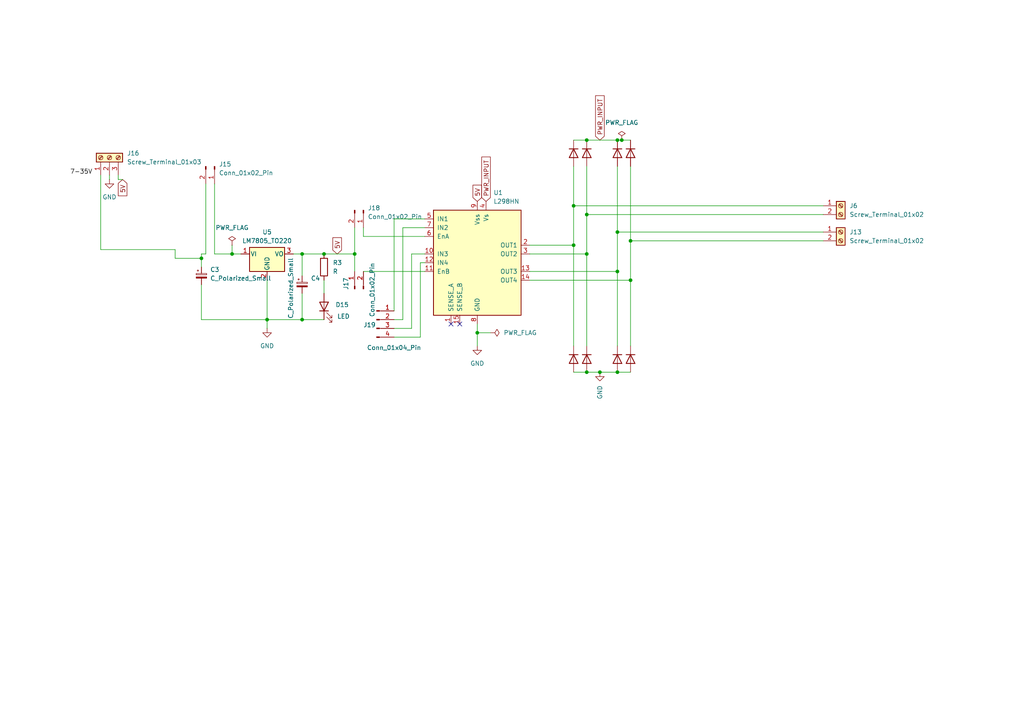
<source format=kicad_sch>
(kicad_sch
	(version 20250114)
	(generator "eeschema")
	(generator_version "9.0")
	(uuid "636fa6b8-b479-4011-b599-cb58916fb969")
	(paper "A4")
	(lib_symbols
		(symbol "Connector:Conn_01x02_Pin"
			(pin_names
				(offset 1.016)
				(hide yes)
			)
			(exclude_from_sim no)
			(in_bom yes)
			(on_board yes)
			(property "Reference" "J"
				(at 0 2.54 0)
				(effects
					(font
						(size 1.27 1.27)
					)
				)
			)
			(property "Value" "Conn_01x02_Pin"
				(at 0 -5.08 0)
				(effects
					(font
						(size 1.27 1.27)
					)
				)
			)
			(property "Footprint" ""
				(at 0 0 0)
				(effects
					(font
						(size 1.27 1.27)
					)
					(hide yes)
				)
			)
			(property "Datasheet" "~"
				(at 0 0 0)
				(effects
					(font
						(size 1.27 1.27)
					)
					(hide yes)
				)
			)
			(property "Description" "Generic connector, single row, 01x02, script generated"
				(at 0 0 0)
				(effects
					(font
						(size 1.27 1.27)
					)
					(hide yes)
				)
			)
			(property "ki_locked" ""
				(at 0 0 0)
				(effects
					(font
						(size 1.27 1.27)
					)
				)
			)
			(property "ki_keywords" "connector"
				(at 0 0 0)
				(effects
					(font
						(size 1.27 1.27)
					)
					(hide yes)
				)
			)
			(property "ki_fp_filters" "Connector*:*_1x??_*"
				(at 0 0 0)
				(effects
					(font
						(size 1.27 1.27)
					)
					(hide yes)
				)
			)
			(symbol "Conn_01x02_Pin_1_1"
				(rectangle
					(start 0.8636 0.127)
					(end 0 -0.127)
					(stroke
						(width 0.1524)
						(type default)
					)
					(fill
						(type outline)
					)
				)
				(rectangle
					(start 0.8636 -2.413)
					(end 0 -2.667)
					(stroke
						(width 0.1524)
						(type default)
					)
					(fill
						(type outline)
					)
				)
				(polyline
					(pts
						(xy 1.27 0) (xy 0.8636 0)
					)
					(stroke
						(width 0.1524)
						(type default)
					)
					(fill
						(type none)
					)
				)
				(polyline
					(pts
						(xy 1.27 -2.54) (xy 0.8636 -2.54)
					)
					(stroke
						(width 0.1524)
						(type default)
					)
					(fill
						(type none)
					)
				)
				(pin passive line
					(at 5.08 0 180)
					(length 3.81)
					(name "Pin_1"
						(effects
							(font
								(size 1.27 1.27)
							)
						)
					)
					(number "1"
						(effects
							(font
								(size 1.27 1.27)
							)
						)
					)
				)
				(pin passive line
					(at 5.08 -2.54 180)
					(length 3.81)
					(name "Pin_2"
						(effects
							(font
								(size 1.27 1.27)
							)
						)
					)
					(number "2"
						(effects
							(font
								(size 1.27 1.27)
							)
						)
					)
				)
			)
			(embedded_fonts no)
		)
		(symbol "Connector:Conn_01x04_Pin"
			(pin_names
				(offset 1.016)
				(hide yes)
			)
			(exclude_from_sim no)
			(in_bom yes)
			(on_board yes)
			(property "Reference" "J"
				(at 0 5.08 0)
				(effects
					(font
						(size 1.27 1.27)
					)
				)
			)
			(property "Value" "Conn_01x04_Pin"
				(at 0 -7.62 0)
				(effects
					(font
						(size 1.27 1.27)
					)
				)
			)
			(property "Footprint" ""
				(at 0 0 0)
				(effects
					(font
						(size 1.27 1.27)
					)
					(hide yes)
				)
			)
			(property "Datasheet" "~"
				(at 0 0 0)
				(effects
					(font
						(size 1.27 1.27)
					)
					(hide yes)
				)
			)
			(property "Description" "Generic connector, single row, 01x04, script generated"
				(at 0 0 0)
				(effects
					(font
						(size 1.27 1.27)
					)
					(hide yes)
				)
			)
			(property "ki_locked" ""
				(at 0 0 0)
				(effects
					(font
						(size 1.27 1.27)
					)
				)
			)
			(property "ki_keywords" "connector"
				(at 0 0 0)
				(effects
					(font
						(size 1.27 1.27)
					)
					(hide yes)
				)
			)
			(property "ki_fp_filters" "Connector*:*_1x??_*"
				(at 0 0 0)
				(effects
					(font
						(size 1.27 1.27)
					)
					(hide yes)
				)
			)
			(symbol "Conn_01x04_Pin_1_1"
				(rectangle
					(start 0.8636 2.667)
					(end 0 2.413)
					(stroke
						(width 0.1524)
						(type default)
					)
					(fill
						(type outline)
					)
				)
				(rectangle
					(start 0.8636 0.127)
					(end 0 -0.127)
					(stroke
						(width 0.1524)
						(type default)
					)
					(fill
						(type outline)
					)
				)
				(rectangle
					(start 0.8636 -2.413)
					(end 0 -2.667)
					(stroke
						(width 0.1524)
						(type default)
					)
					(fill
						(type outline)
					)
				)
				(rectangle
					(start 0.8636 -4.953)
					(end 0 -5.207)
					(stroke
						(width 0.1524)
						(type default)
					)
					(fill
						(type outline)
					)
				)
				(polyline
					(pts
						(xy 1.27 2.54) (xy 0.8636 2.54)
					)
					(stroke
						(width 0.1524)
						(type default)
					)
					(fill
						(type none)
					)
				)
				(polyline
					(pts
						(xy 1.27 0) (xy 0.8636 0)
					)
					(stroke
						(width 0.1524)
						(type default)
					)
					(fill
						(type none)
					)
				)
				(polyline
					(pts
						(xy 1.27 -2.54) (xy 0.8636 -2.54)
					)
					(stroke
						(width 0.1524)
						(type default)
					)
					(fill
						(type none)
					)
				)
				(polyline
					(pts
						(xy 1.27 -5.08) (xy 0.8636 -5.08)
					)
					(stroke
						(width 0.1524)
						(type default)
					)
					(fill
						(type none)
					)
				)
				(pin passive line
					(at 5.08 2.54 180)
					(length 3.81)
					(name "Pin_1"
						(effects
							(font
								(size 1.27 1.27)
							)
						)
					)
					(number "1"
						(effects
							(font
								(size 1.27 1.27)
							)
						)
					)
				)
				(pin passive line
					(at 5.08 0 180)
					(length 3.81)
					(name "Pin_2"
						(effects
							(font
								(size 1.27 1.27)
							)
						)
					)
					(number "2"
						(effects
							(font
								(size 1.27 1.27)
							)
						)
					)
				)
				(pin passive line
					(at 5.08 -2.54 180)
					(length 3.81)
					(name "Pin_3"
						(effects
							(font
								(size 1.27 1.27)
							)
						)
					)
					(number "3"
						(effects
							(font
								(size 1.27 1.27)
							)
						)
					)
				)
				(pin passive line
					(at 5.08 -5.08 180)
					(length 3.81)
					(name "Pin_4"
						(effects
							(font
								(size 1.27 1.27)
							)
						)
					)
					(number "4"
						(effects
							(font
								(size 1.27 1.27)
							)
						)
					)
				)
			)
			(embedded_fonts no)
		)
		(symbol "Connector:Screw_Terminal_01x02"
			(pin_names
				(offset 1.016)
				(hide yes)
			)
			(exclude_from_sim no)
			(in_bom yes)
			(on_board yes)
			(property "Reference" "J"
				(at 0 2.54 0)
				(effects
					(font
						(size 1.27 1.27)
					)
				)
			)
			(property "Value" "Screw_Terminal_01x02"
				(at 0 -5.08 0)
				(effects
					(font
						(size 1.27 1.27)
					)
				)
			)
			(property "Footprint" ""
				(at 0 0 0)
				(effects
					(font
						(size 1.27 1.27)
					)
					(hide yes)
				)
			)
			(property "Datasheet" "~"
				(at 0 0 0)
				(effects
					(font
						(size 1.27 1.27)
					)
					(hide yes)
				)
			)
			(property "Description" "Generic screw terminal, single row, 01x02, script generated (kicad-library-utils/schlib/autogen/connector/)"
				(at 0 0 0)
				(effects
					(font
						(size 1.27 1.27)
					)
					(hide yes)
				)
			)
			(property "ki_keywords" "screw terminal"
				(at 0 0 0)
				(effects
					(font
						(size 1.27 1.27)
					)
					(hide yes)
				)
			)
			(property "ki_fp_filters" "TerminalBlock*:*"
				(at 0 0 0)
				(effects
					(font
						(size 1.27 1.27)
					)
					(hide yes)
				)
			)
			(symbol "Screw_Terminal_01x02_1_1"
				(rectangle
					(start -1.27 1.27)
					(end 1.27 -3.81)
					(stroke
						(width 0.254)
						(type default)
					)
					(fill
						(type background)
					)
				)
				(polyline
					(pts
						(xy -0.5334 0.3302) (xy 0.3302 -0.508)
					)
					(stroke
						(width 0.1524)
						(type default)
					)
					(fill
						(type none)
					)
				)
				(polyline
					(pts
						(xy -0.5334 -2.2098) (xy 0.3302 -3.048)
					)
					(stroke
						(width 0.1524)
						(type default)
					)
					(fill
						(type none)
					)
				)
				(polyline
					(pts
						(xy -0.3556 0.508) (xy 0.508 -0.3302)
					)
					(stroke
						(width 0.1524)
						(type default)
					)
					(fill
						(type none)
					)
				)
				(polyline
					(pts
						(xy -0.3556 -2.032) (xy 0.508 -2.8702)
					)
					(stroke
						(width 0.1524)
						(type default)
					)
					(fill
						(type none)
					)
				)
				(circle
					(center 0 0)
					(radius 0.635)
					(stroke
						(width 0.1524)
						(type default)
					)
					(fill
						(type none)
					)
				)
				(circle
					(center 0 -2.54)
					(radius 0.635)
					(stroke
						(width 0.1524)
						(type default)
					)
					(fill
						(type none)
					)
				)
				(pin passive line
					(at -5.08 0 0)
					(length 3.81)
					(name "Pin_1"
						(effects
							(font
								(size 1.27 1.27)
							)
						)
					)
					(number "1"
						(effects
							(font
								(size 1.27 1.27)
							)
						)
					)
				)
				(pin passive line
					(at -5.08 -2.54 0)
					(length 3.81)
					(name "Pin_2"
						(effects
							(font
								(size 1.27 1.27)
							)
						)
					)
					(number "2"
						(effects
							(font
								(size 1.27 1.27)
							)
						)
					)
				)
			)
			(embedded_fonts no)
		)
		(symbol "Connector:Screw_Terminal_01x03"
			(pin_names
				(offset 1.016)
				(hide yes)
			)
			(exclude_from_sim no)
			(in_bom yes)
			(on_board yes)
			(property "Reference" "J"
				(at 0 5.08 0)
				(effects
					(font
						(size 1.27 1.27)
					)
				)
			)
			(property "Value" "Screw_Terminal_01x03"
				(at 0 -5.08 0)
				(effects
					(font
						(size 1.27 1.27)
					)
				)
			)
			(property "Footprint" ""
				(at 0 0 0)
				(effects
					(font
						(size 1.27 1.27)
					)
					(hide yes)
				)
			)
			(property "Datasheet" "~"
				(at 0 0 0)
				(effects
					(font
						(size 1.27 1.27)
					)
					(hide yes)
				)
			)
			(property "Description" "Generic screw terminal, single row, 01x03, script generated (kicad-library-utils/schlib/autogen/connector/)"
				(at 0 0 0)
				(effects
					(font
						(size 1.27 1.27)
					)
					(hide yes)
				)
			)
			(property "ki_keywords" "screw terminal"
				(at 0 0 0)
				(effects
					(font
						(size 1.27 1.27)
					)
					(hide yes)
				)
			)
			(property "ki_fp_filters" "TerminalBlock*:*"
				(at 0 0 0)
				(effects
					(font
						(size 1.27 1.27)
					)
					(hide yes)
				)
			)
			(symbol "Screw_Terminal_01x03_1_1"
				(rectangle
					(start -1.27 3.81)
					(end 1.27 -3.81)
					(stroke
						(width 0.254)
						(type default)
					)
					(fill
						(type background)
					)
				)
				(polyline
					(pts
						(xy -0.5334 2.8702) (xy 0.3302 2.032)
					)
					(stroke
						(width 0.1524)
						(type default)
					)
					(fill
						(type none)
					)
				)
				(polyline
					(pts
						(xy -0.5334 0.3302) (xy 0.3302 -0.508)
					)
					(stroke
						(width 0.1524)
						(type default)
					)
					(fill
						(type none)
					)
				)
				(polyline
					(pts
						(xy -0.5334 -2.2098) (xy 0.3302 -3.048)
					)
					(stroke
						(width 0.1524)
						(type default)
					)
					(fill
						(type none)
					)
				)
				(polyline
					(pts
						(xy -0.3556 3.048) (xy 0.508 2.2098)
					)
					(stroke
						(width 0.1524)
						(type default)
					)
					(fill
						(type none)
					)
				)
				(polyline
					(pts
						(xy -0.3556 0.508) (xy 0.508 -0.3302)
					)
					(stroke
						(width 0.1524)
						(type default)
					)
					(fill
						(type none)
					)
				)
				(polyline
					(pts
						(xy -0.3556 -2.032) (xy 0.508 -2.8702)
					)
					(stroke
						(width 0.1524)
						(type default)
					)
					(fill
						(type none)
					)
				)
				(circle
					(center 0 2.54)
					(radius 0.635)
					(stroke
						(width 0.1524)
						(type default)
					)
					(fill
						(type none)
					)
				)
				(circle
					(center 0 0)
					(radius 0.635)
					(stroke
						(width 0.1524)
						(type default)
					)
					(fill
						(type none)
					)
				)
				(circle
					(center 0 -2.54)
					(radius 0.635)
					(stroke
						(width 0.1524)
						(type default)
					)
					(fill
						(type none)
					)
				)
				(pin passive line
					(at -5.08 2.54 0)
					(length 3.81)
					(name "Pin_1"
						(effects
							(font
								(size 1.27 1.27)
							)
						)
					)
					(number "1"
						(effects
							(font
								(size 1.27 1.27)
							)
						)
					)
				)
				(pin passive line
					(at -5.08 0 0)
					(length 3.81)
					(name "Pin_2"
						(effects
							(font
								(size 1.27 1.27)
							)
						)
					)
					(number "2"
						(effects
							(font
								(size 1.27 1.27)
							)
						)
					)
				)
				(pin passive line
					(at -5.08 -2.54 0)
					(length 3.81)
					(name "Pin_3"
						(effects
							(font
								(size 1.27 1.27)
							)
						)
					)
					(number "3"
						(effects
							(font
								(size 1.27 1.27)
							)
						)
					)
				)
			)
			(embedded_fonts no)
		)
		(symbol "Device:C_Polarized_Small"
			(pin_numbers
				(hide yes)
			)
			(pin_names
				(offset 0.254)
				(hide yes)
			)
			(exclude_from_sim no)
			(in_bom yes)
			(on_board yes)
			(property "Reference" "C"
				(at 0.254 1.778 0)
				(effects
					(font
						(size 1.27 1.27)
					)
					(justify left)
				)
			)
			(property "Value" "C_Polarized_Small"
				(at 0.254 -2.032 0)
				(effects
					(font
						(size 1.27 1.27)
					)
					(justify left)
				)
			)
			(property "Footprint" ""
				(at 0 0 0)
				(effects
					(font
						(size 1.27 1.27)
					)
					(hide yes)
				)
			)
			(property "Datasheet" "~"
				(at 0 0 0)
				(effects
					(font
						(size 1.27 1.27)
					)
					(hide yes)
				)
			)
			(property "Description" "Polarized capacitor, small symbol"
				(at 0 0 0)
				(effects
					(font
						(size 1.27 1.27)
					)
					(hide yes)
				)
			)
			(property "ki_keywords" "cap capacitor"
				(at 0 0 0)
				(effects
					(font
						(size 1.27 1.27)
					)
					(hide yes)
				)
			)
			(property "ki_fp_filters" "CP_*"
				(at 0 0 0)
				(effects
					(font
						(size 1.27 1.27)
					)
					(hide yes)
				)
			)
			(symbol "C_Polarized_Small_0_1"
				(rectangle
					(start -1.524 0.6858)
					(end 1.524 0.3048)
					(stroke
						(width 0)
						(type default)
					)
					(fill
						(type none)
					)
				)
				(rectangle
					(start -1.524 -0.3048)
					(end 1.524 -0.6858)
					(stroke
						(width 0)
						(type default)
					)
					(fill
						(type outline)
					)
				)
				(polyline
					(pts
						(xy -1.27 1.524) (xy -0.762 1.524)
					)
					(stroke
						(width 0)
						(type default)
					)
					(fill
						(type none)
					)
				)
				(polyline
					(pts
						(xy -1.016 1.27) (xy -1.016 1.778)
					)
					(stroke
						(width 0)
						(type default)
					)
					(fill
						(type none)
					)
				)
			)
			(symbol "C_Polarized_Small_1_1"
				(pin passive line
					(at 0 2.54 270)
					(length 1.8542)
					(name "~"
						(effects
							(font
								(size 1.27 1.27)
							)
						)
					)
					(number "1"
						(effects
							(font
								(size 1.27 1.27)
							)
						)
					)
				)
				(pin passive line
					(at 0 -2.54 90)
					(length 1.8542)
					(name "~"
						(effects
							(font
								(size 1.27 1.27)
							)
						)
					)
					(number "2"
						(effects
							(font
								(size 1.27 1.27)
							)
						)
					)
				)
			)
			(embedded_fonts no)
		)
		(symbol "Device:LED"
			(pin_numbers
				(hide yes)
			)
			(pin_names
				(offset 1.016)
				(hide yes)
			)
			(exclude_from_sim no)
			(in_bom yes)
			(on_board yes)
			(property "Reference" "D"
				(at 0 2.54 0)
				(effects
					(font
						(size 1.27 1.27)
					)
				)
			)
			(property "Value" "LED"
				(at 0 -2.54 0)
				(effects
					(font
						(size 1.27 1.27)
					)
				)
			)
			(property "Footprint" ""
				(at 0 0 0)
				(effects
					(font
						(size 1.27 1.27)
					)
					(hide yes)
				)
			)
			(property "Datasheet" "~"
				(at 0 0 0)
				(effects
					(font
						(size 1.27 1.27)
					)
					(hide yes)
				)
			)
			(property "Description" "Light emitting diode"
				(at 0 0 0)
				(effects
					(font
						(size 1.27 1.27)
					)
					(hide yes)
				)
			)
			(property "Sim.Pins" "1=K 2=A"
				(at 0 0 0)
				(effects
					(font
						(size 1.27 1.27)
					)
					(hide yes)
				)
			)
			(property "ki_keywords" "LED diode"
				(at 0 0 0)
				(effects
					(font
						(size 1.27 1.27)
					)
					(hide yes)
				)
			)
			(property "ki_fp_filters" "LED* LED_SMD:* LED_THT:*"
				(at 0 0 0)
				(effects
					(font
						(size 1.27 1.27)
					)
					(hide yes)
				)
			)
			(symbol "LED_0_1"
				(polyline
					(pts
						(xy -3.048 -0.762) (xy -4.572 -2.286) (xy -3.81 -2.286) (xy -4.572 -2.286) (xy -4.572 -1.524)
					)
					(stroke
						(width 0)
						(type default)
					)
					(fill
						(type none)
					)
				)
				(polyline
					(pts
						(xy -1.778 -0.762) (xy -3.302 -2.286) (xy -2.54 -2.286) (xy -3.302 -2.286) (xy -3.302 -1.524)
					)
					(stroke
						(width 0)
						(type default)
					)
					(fill
						(type none)
					)
				)
				(polyline
					(pts
						(xy -1.27 0) (xy 1.27 0)
					)
					(stroke
						(width 0)
						(type default)
					)
					(fill
						(type none)
					)
				)
				(polyline
					(pts
						(xy -1.27 -1.27) (xy -1.27 1.27)
					)
					(stroke
						(width 0.254)
						(type default)
					)
					(fill
						(type none)
					)
				)
				(polyline
					(pts
						(xy 1.27 -1.27) (xy 1.27 1.27) (xy -1.27 0) (xy 1.27 -1.27)
					)
					(stroke
						(width 0.254)
						(type default)
					)
					(fill
						(type none)
					)
				)
			)
			(symbol "LED_1_1"
				(pin passive line
					(at -3.81 0 0)
					(length 2.54)
					(name "K"
						(effects
							(font
								(size 1.27 1.27)
							)
						)
					)
					(number "1"
						(effects
							(font
								(size 1.27 1.27)
							)
						)
					)
				)
				(pin passive line
					(at 3.81 0 180)
					(length 2.54)
					(name "A"
						(effects
							(font
								(size 1.27 1.27)
							)
						)
					)
					(number "2"
						(effects
							(font
								(size 1.27 1.27)
							)
						)
					)
				)
			)
			(embedded_fonts no)
		)
		(symbol "Device:R"
			(pin_numbers
				(hide yes)
			)
			(pin_names
				(offset 0)
			)
			(exclude_from_sim no)
			(in_bom yes)
			(on_board yes)
			(property "Reference" "R"
				(at 2.032 0 90)
				(effects
					(font
						(size 1.27 1.27)
					)
				)
			)
			(property "Value" "R"
				(at 0 0 90)
				(effects
					(font
						(size 1.27 1.27)
					)
				)
			)
			(property "Footprint" ""
				(at -1.778 0 90)
				(effects
					(font
						(size 1.27 1.27)
					)
					(hide yes)
				)
			)
			(property "Datasheet" "~"
				(at 0 0 0)
				(effects
					(font
						(size 1.27 1.27)
					)
					(hide yes)
				)
			)
			(property "Description" "Resistor"
				(at 0 0 0)
				(effects
					(font
						(size 1.27 1.27)
					)
					(hide yes)
				)
			)
			(property "ki_keywords" "R res resistor"
				(at 0 0 0)
				(effects
					(font
						(size 1.27 1.27)
					)
					(hide yes)
				)
			)
			(property "ki_fp_filters" "R_*"
				(at 0 0 0)
				(effects
					(font
						(size 1.27 1.27)
					)
					(hide yes)
				)
			)
			(symbol "R_0_1"
				(rectangle
					(start -1.016 -2.54)
					(end 1.016 2.54)
					(stroke
						(width 0.254)
						(type default)
					)
					(fill
						(type none)
					)
				)
			)
			(symbol "R_1_1"
				(pin passive line
					(at 0 3.81 270)
					(length 1.27)
					(name "~"
						(effects
							(font
								(size 1.27 1.27)
							)
						)
					)
					(number "1"
						(effects
							(font
								(size 1.27 1.27)
							)
						)
					)
				)
				(pin passive line
					(at 0 -3.81 90)
					(length 1.27)
					(name "~"
						(effects
							(font
								(size 1.27 1.27)
							)
						)
					)
					(number "2"
						(effects
							(font
								(size 1.27 1.27)
							)
						)
					)
				)
			)
			(embedded_fonts no)
		)
		(symbol "Diode:BAV16W"
			(pin_numbers
				(hide yes)
			)
			(pin_names
				(hide yes)
			)
			(exclude_from_sim no)
			(in_bom yes)
			(on_board yes)
			(property "Reference" "D"
				(at 0 2.54 0)
				(effects
					(font
						(size 1.27 1.27)
					)
				)
			)
			(property "Value" "BAV16W"
				(at 0 -2.54 0)
				(effects
					(font
						(size 1.27 1.27)
					)
				)
			)
			(property "Footprint" "Diode_SMD:D_SOD-123"
				(at 0 -4.445 0)
				(effects
					(font
						(size 1.27 1.27)
					)
					(hide yes)
				)
			)
			(property "Datasheet" "https://www.diodes.com/assets/Datasheets/ds30086.pdf"
				(at 0 0 0)
				(effects
					(font
						(size 1.27 1.27)
					)
					(hide yes)
				)
			)
			(property "Description" "75V 0.15A Fast Switching Diode, SOD-123"
				(at 0 0 0)
				(effects
					(font
						(size 1.27 1.27)
					)
					(hide yes)
				)
			)
			(property "Sim.Device" "D"
				(at 0 0 0)
				(effects
					(font
						(size 1.27 1.27)
					)
					(hide yes)
				)
			)
			(property "Sim.Pins" "1=K 2=A"
				(at 0 0 0)
				(effects
					(font
						(size 1.27 1.27)
					)
					(hide yes)
				)
			)
			(property "ki_keywords" "diode"
				(at 0 0 0)
				(effects
					(font
						(size 1.27 1.27)
					)
					(hide yes)
				)
			)
			(property "ki_fp_filters" "D*SOD?123*"
				(at 0 0 0)
				(effects
					(font
						(size 1.27 1.27)
					)
					(hide yes)
				)
			)
			(symbol "BAV16W_0_1"
				(polyline
					(pts
						(xy -1.27 1.27) (xy -1.27 -1.27)
					)
					(stroke
						(width 0.254)
						(type default)
					)
					(fill
						(type none)
					)
				)
				(polyline
					(pts
						(xy 1.27 1.27) (xy 1.27 -1.27) (xy -1.27 0) (xy 1.27 1.27)
					)
					(stroke
						(width 0.254)
						(type default)
					)
					(fill
						(type none)
					)
				)
				(polyline
					(pts
						(xy 1.27 0) (xy -1.27 0)
					)
					(stroke
						(width 0)
						(type default)
					)
					(fill
						(type none)
					)
				)
			)
			(symbol "BAV16W_1_1"
				(pin passive line
					(at -3.81 0 0)
					(length 2.54)
					(name "K"
						(effects
							(font
								(size 1.27 1.27)
							)
						)
					)
					(number "1"
						(effects
							(font
								(size 1.27 1.27)
							)
						)
					)
				)
				(pin passive line
					(at 3.81 0 180)
					(length 2.54)
					(name "A"
						(effects
							(font
								(size 1.27 1.27)
							)
						)
					)
					(number "2"
						(effects
							(font
								(size 1.27 1.27)
							)
						)
					)
				)
			)
			(embedded_fonts no)
		)
		(symbol "Driver_Motor:L298HN"
			(pin_names
				(offset 1.016)
			)
			(exclude_from_sim no)
			(in_bom yes)
			(on_board yes)
			(property "Reference" "U"
				(at -10.16 16.51 0)
				(effects
					(font
						(size 1.27 1.27)
					)
					(justify right)
				)
			)
			(property "Value" "L298HN"
				(at 12.7 16.51 0)
				(effects
					(font
						(size 1.27 1.27)
					)
					(justify right)
				)
			)
			(property "Footprint" "Package_TO_SOT_THT:TO-220-15_P2.54x2.54mm_StaggerOdd_Lead5.84mm_TabDown"
				(at 1.27 -16.51 0)
				(effects
					(font
						(size 1.27 1.27)
					)
					(justify left)
					(hide yes)
				)
			)
			(property "Datasheet" "http://www.st.com/st-web-ui/static/active/en/resource/technical/document/datasheet/CD00000240.pdf"
				(at 3.81 6.35 0)
				(effects
					(font
						(size 1.27 1.27)
					)
					(hide yes)
				)
			)
			(property "Description" "Dual full bridge motor driver, up to 46V, 4A, Multiwatt15-H"
				(at 0 0 0)
				(effects
					(font
						(size 1.27 1.27)
					)
					(hide yes)
				)
			)
			(property "ki_keywords" "H-bridge motor driver"
				(at 0 0 0)
				(effects
					(font
						(size 1.27 1.27)
					)
					(hide yes)
				)
			)
			(property "ki_fp_filters" "TO?220*StaggerOdd*TabDown*"
				(at 0 0 0)
				(effects
					(font
						(size 1.27 1.27)
					)
					(hide yes)
				)
			)
			(symbol "L298HN_0_1"
				(rectangle
					(start -12.7 15.24)
					(end 12.7 -15.24)
					(stroke
						(width 0.254)
						(type default)
					)
					(fill
						(type background)
					)
				)
			)
			(symbol "L298HN_1_1"
				(pin input line
					(at -15.24 12.7 0)
					(length 2.54)
					(name "IN1"
						(effects
							(font
								(size 1.27 1.27)
							)
						)
					)
					(number "5"
						(effects
							(font
								(size 1.27 1.27)
							)
						)
					)
				)
				(pin input line
					(at -15.24 10.16 0)
					(length 2.54)
					(name "IN2"
						(effects
							(font
								(size 1.27 1.27)
							)
						)
					)
					(number "7"
						(effects
							(font
								(size 1.27 1.27)
							)
						)
					)
				)
				(pin input line
					(at -15.24 7.62 0)
					(length 2.54)
					(name "EnA"
						(effects
							(font
								(size 1.27 1.27)
							)
						)
					)
					(number "6"
						(effects
							(font
								(size 1.27 1.27)
							)
						)
					)
				)
				(pin input line
					(at -15.24 2.54 0)
					(length 2.54)
					(name "IN3"
						(effects
							(font
								(size 1.27 1.27)
							)
						)
					)
					(number "10"
						(effects
							(font
								(size 1.27 1.27)
							)
						)
					)
				)
				(pin input line
					(at -15.24 0 0)
					(length 2.54)
					(name "IN4"
						(effects
							(font
								(size 1.27 1.27)
							)
						)
					)
					(number "12"
						(effects
							(font
								(size 1.27 1.27)
							)
						)
					)
				)
				(pin input line
					(at -15.24 -2.54 0)
					(length 2.54)
					(name "EnB"
						(effects
							(font
								(size 1.27 1.27)
							)
						)
					)
					(number "11"
						(effects
							(font
								(size 1.27 1.27)
							)
						)
					)
				)
				(pin power_in line
					(at -7.62 -17.78 90)
					(length 2.54)
					(name "SENSE_A"
						(effects
							(font
								(size 1.27 1.27)
							)
						)
					)
					(number "1"
						(effects
							(font
								(size 1.27 1.27)
							)
						)
					)
				)
				(pin power_in line
					(at -5.08 -17.78 90)
					(length 2.54)
					(name "SENSE_B"
						(effects
							(font
								(size 1.27 1.27)
							)
						)
					)
					(number "15"
						(effects
							(font
								(size 1.27 1.27)
							)
						)
					)
				)
				(pin power_in line
					(at 0 17.78 270)
					(length 2.54)
					(name "Vss"
						(effects
							(font
								(size 1.27 1.27)
							)
						)
					)
					(number "9"
						(effects
							(font
								(size 1.27 1.27)
							)
						)
					)
				)
				(pin power_in line
					(at 0 -17.78 90)
					(length 2.54)
					(name "GND"
						(effects
							(font
								(size 1.27 1.27)
							)
						)
					)
					(number "8"
						(effects
							(font
								(size 1.27 1.27)
							)
						)
					)
				)
				(pin power_in line
					(at 2.54 17.78 270)
					(length 2.54)
					(name "Vs"
						(effects
							(font
								(size 1.27 1.27)
							)
						)
					)
					(number "4"
						(effects
							(font
								(size 1.27 1.27)
							)
						)
					)
				)
				(pin output line
					(at 15.24 5.08 180)
					(length 2.54)
					(name "OUT1"
						(effects
							(font
								(size 1.27 1.27)
							)
						)
					)
					(number "2"
						(effects
							(font
								(size 1.27 1.27)
							)
						)
					)
				)
				(pin output line
					(at 15.24 2.54 180)
					(length 2.54)
					(name "OUT2"
						(effects
							(font
								(size 1.27 1.27)
							)
						)
					)
					(number "3"
						(effects
							(font
								(size 1.27 1.27)
							)
						)
					)
				)
				(pin output line
					(at 15.24 -2.54 180)
					(length 2.54)
					(name "OUT3"
						(effects
							(font
								(size 1.27 1.27)
							)
						)
					)
					(number "13"
						(effects
							(font
								(size 1.27 1.27)
							)
						)
					)
				)
				(pin output line
					(at 15.24 -5.08 180)
					(length 2.54)
					(name "OUT4"
						(effects
							(font
								(size 1.27 1.27)
							)
						)
					)
					(number "14"
						(effects
							(font
								(size 1.27 1.27)
							)
						)
					)
				)
			)
			(embedded_fonts no)
		)
		(symbol "Regulator_Linear:LM7805_TO220"
			(pin_names
				(offset 0.254)
			)
			(exclude_from_sim no)
			(in_bom yes)
			(on_board yes)
			(property "Reference" "U"
				(at -3.81 3.175 0)
				(effects
					(font
						(size 1.27 1.27)
					)
				)
			)
			(property "Value" "LM7805_TO220"
				(at 0 3.175 0)
				(effects
					(font
						(size 1.27 1.27)
					)
					(justify left)
				)
			)
			(property "Footprint" "Package_TO_SOT_THT:TO-220-3_Vertical"
				(at 0 5.715 0)
				(effects
					(font
						(size 1.27 1.27)
						(italic yes)
					)
					(hide yes)
				)
			)
			(property "Datasheet" "https://www.onsemi.cn/PowerSolutions/document/MC7800-D.PDF"
				(at 0 -1.27 0)
				(effects
					(font
						(size 1.27 1.27)
					)
					(hide yes)
				)
			)
			(property "Description" "Positive 1A 35V Linear Regulator, Fixed Output 5V, TO-220"
				(at 0 0 0)
				(effects
					(font
						(size 1.27 1.27)
					)
					(hide yes)
				)
			)
			(property "ki_keywords" "Voltage Regulator 1A Positive"
				(at 0 0 0)
				(effects
					(font
						(size 1.27 1.27)
					)
					(hide yes)
				)
			)
			(property "ki_fp_filters" "TO?220*"
				(at 0 0 0)
				(effects
					(font
						(size 1.27 1.27)
					)
					(hide yes)
				)
			)
			(symbol "LM7805_TO220_0_1"
				(rectangle
					(start -5.08 1.905)
					(end 5.08 -5.08)
					(stroke
						(width 0.254)
						(type default)
					)
					(fill
						(type background)
					)
				)
			)
			(symbol "LM7805_TO220_1_1"
				(pin power_in line
					(at -7.62 0 0)
					(length 2.54)
					(name "VI"
						(effects
							(font
								(size 1.27 1.27)
							)
						)
					)
					(number "1"
						(effects
							(font
								(size 1.27 1.27)
							)
						)
					)
				)
				(pin power_in line
					(at 0 -7.62 90)
					(length 2.54)
					(name "GND"
						(effects
							(font
								(size 1.27 1.27)
							)
						)
					)
					(number "2"
						(effects
							(font
								(size 1.27 1.27)
							)
						)
					)
				)
				(pin power_out line
					(at 7.62 0 180)
					(length 2.54)
					(name "VO"
						(effects
							(font
								(size 1.27 1.27)
							)
						)
					)
					(number "3"
						(effects
							(font
								(size 1.27 1.27)
							)
						)
					)
				)
			)
			(embedded_fonts no)
		)
		(symbol "power:GND"
			(power)
			(pin_numbers
				(hide yes)
			)
			(pin_names
				(offset 0)
				(hide yes)
			)
			(exclude_from_sim no)
			(in_bom yes)
			(on_board yes)
			(property "Reference" "#PWR"
				(at 0 -6.35 0)
				(effects
					(font
						(size 1.27 1.27)
					)
					(hide yes)
				)
			)
			(property "Value" "GND"
				(at 0 -3.81 0)
				(effects
					(font
						(size 1.27 1.27)
					)
				)
			)
			(property "Footprint" ""
				(at 0 0 0)
				(effects
					(font
						(size 1.27 1.27)
					)
					(hide yes)
				)
			)
			(property "Datasheet" ""
				(at 0 0 0)
				(effects
					(font
						(size 1.27 1.27)
					)
					(hide yes)
				)
			)
			(property "Description" "Power symbol creates a global label with name \"GND\" , ground"
				(at 0 0 0)
				(effects
					(font
						(size 1.27 1.27)
					)
					(hide yes)
				)
			)
			(property "ki_keywords" "global power"
				(at 0 0 0)
				(effects
					(font
						(size 1.27 1.27)
					)
					(hide yes)
				)
			)
			(symbol "GND_0_1"
				(polyline
					(pts
						(xy 0 0) (xy 0 -1.27) (xy 1.27 -1.27) (xy 0 -2.54) (xy -1.27 -1.27) (xy 0 -1.27)
					)
					(stroke
						(width 0)
						(type default)
					)
					(fill
						(type none)
					)
				)
			)
			(symbol "GND_1_1"
				(pin power_in line
					(at 0 0 270)
					(length 0)
					(name "~"
						(effects
							(font
								(size 1.27 1.27)
							)
						)
					)
					(number "1"
						(effects
							(font
								(size 1.27 1.27)
							)
						)
					)
				)
			)
			(embedded_fonts no)
		)
		(symbol "power:PWR_FLAG"
			(power)
			(pin_numbers
				(hide yes)
			)
			(pin_names
				(offset 0)
				(hide yes)
			)
			(exclude_from_sim no)
			(in_bom yes)
			(on_board yes)
			(property "Reference" "#FLG"
				(at 0 1.905 0)
				(effects
					(font
						(size 1.27 1.27)
					)
					(hide yes)
				)
			)
			(property "Value" "PWR_FLAG"
				(at 0 3.81 0)
				(effects
					(font
						(size 1.27 1.27)
					)
				)
			)
			(property "Footprint" ""
				(at 0 0 0)
				(effects
					(font
						(size 1.27 1.27)
					)
					(hide yes)
				)
			)
			(property "Datasheet" "~"
				(at 0 0 0)
				(effects
					(font
						(size 1.27 1.27)
					)
					(hide yes)
				)
			)
			(property "Description" "Special symbol for telling ERC where power comes from"
				(at 0 0 0)
				(effects
					(font
						(size 1.27 1.27)
					)
					(hide yes)
				)
			)
			(property "ki_keywords" "flag power"
				(at 0 0 0)
				(effects
					(font
						(size 1.27 1.27)
					)
					(hide yes)
				)
			)
			(symbol "PWR_FLAG_0_0"
				(pin power_out line
					(at 0 0 90)
					(length 0)
					(name "~"
						(effects
							(font
								(size 1.27 1.27)
							)
						)
					)
					(number "1"
						(effects
							(font
								(size 1.27 1.27)
							)
						)
					)
				)
			)
			(symbol "PWR_FLAG_0_1"
				(polyline
					(pts
						(xy 0 0) (xy 0 1.27) (xy -1.016 1.905) (xy 0 2.54) (xy 1.016 1.905) (xy 0 1.27)
					)
					(stroke
						(width 0)
						(type default)
					)
					(fill
						(type none)
					)
				)
			)
			(embedded_fonts no)
		)
	)
	(junction
		(at 179.07 40.64)
		(diameter 0)
		(color 0 0 0 0)
		(uuid "042da8c6-cb0e-4d01-9163-bc250d8738ee")
	)
	(junction
		(at 170.18 40.64)
		(diameter 0)
		(color 0 0 0 0)
		(uuid "1e724a6d-53bb-4dd9-a916-0d20defc8187")
	)
	(junction
		(at 179.07 78.74)
		(diameter 0)
		(color 0 0 0 0)
		(uuid "28177377-10a8-42e7-8887-601942b8127b")
	)
	(junction
		(at 166.37 71.12)
		(diameter 0)
		(color 0 0 0 0)
		(uuid "385b1712-3de4-49f1-a2bc-c870cd71e3c5")
	)
	(junction
		(at 102.87 73.66)
		(diameter 0)
		(color 0 0 0 0)
		(uuid "4037eaf6-3b17-4322-88c8-ef8dcfd2a966")
	)
	(junction
		(at 173.99 107.95)
		(diameter 0)
		(color 0 0 0 0)
		(uuid "4c67bd06-619f-46e9-8103-d981828aab03")
	)
	(junction
		(at 138.43 96.52)
		(diameter 0)
		(color 0 0 0 0)
		(uuid "578864bf-99f8-43aa-8460-d71ee3356ea2")
	)
	(junction
		(at 179.07 67.31)
		(diameter 0)
		(color 0 0 0 0)
		(uuid "6c825fe8-30fa-4fb1-9a35-23d640b0b448")
	)
	(junction
		(at 93.98 73.66)
		(diameter 0)
		(color 0 0 0 0)
		(uuid "6cb27d6c-0dad-4d46-b5b4-a58bd9baff47")
	)
	(junction
		(at 58.42 74.93)
		(diameter 0)
		(color 0 0 0 0)
		(uuid "6eb7941e-6633-42bc-bf09-09f70f89e1d6")
	)
	(junction
		(at 166.37 59.69)
		(diameter 0)
		(color 0 0 0 0)
		(uuid "747cc771-2274-47d5-8aca-994464d819e9")
	)
	(junction
		(at 87.63 73.66)
		(diameter 0)
		(color 0 0 0 0)
		(uuid "750b91f8-3bba-4ef3-8758-63c3c6300b9f")
	)
	(junction
		(at 182.88 69.85)
		(diameter 0)
		(color 0 0 0 0)
		(uuid "78d04c0f-57b5-4340-9805-e5528ae76aae")
	)
	(junction
		(at 182.88 81.28)
		(diameter 0)
		(color 0 0 0 0)
		(uuid "806136c8-ae56-4c0f-b815-6a50f725402a")
	)
	(junction
		(at 67.31 73.66)
		(diameter 0)
		(color 0 0 0 0)
		(uuid "948d4893-c8b9-42cb-b5e6-eb47da1e9099")
	)
	(junction
		(at 77.47 92.71)
		(diameter 0)
		(color 0 0 0 0)
		(uuid "98d1399f-a716-4010-a984-b1ba4883ad82")
	)
	(junction
		(at 180.34 40.64)
		(diameter 0)
		(color 0 0 0 0)
		(uuid "9d4ba562-e176-4c01-b3a5-db41f53f7bcb")
	)
	(junction
		(at 87.63 92.71)
		(diameter 0)
		(color 0 0 0 0)
		(uuid "a16e766f-87c8-48e7-9676-b8b72e48fb9f")
	)
	(junction
		(at 170.18 73.66)
		(diameter 0)
		(color 0 0 0 0)
		(uuid "c2d4a0e0-c15a-4e55-80b6-fcd68a581ad2")
	)
	(junction
		(at 179.07 107.95)
		(diameter 0)
		(color 0 0 0 0)
		(uuid "c9125cb2-3af0-473d-8a18-f8594f4e339d")
	)
	(junction
		(at 170.18 107.95)
		(diameter 0)
		(color 0 0 0 0)
		(uuid "ea38ed58-dd35-4148-a396-2c99f45cb4c4")
	)
	(junction
		(at 170.18 62.23)
		(diameter 0)
		(color 0 0 0 0)
		(uuid "f265911b-d088-46dd-a51c-3e71620d205f")
	)
	(no_connect
		(at 130.81 93.98)
		(uuid "7d0bc2b5-3dd3-4152-81b9-4122179d2571")
	)
	(no_connect
		(at 133.35 93.98)
		(uuid "8bcb7b76-ceee-40a4-a577-5a71401e6d82")
	)
	(no_connect
		(at 205.74 -1.27)
		(uuid "8c5d8aed-6ef6-4b87-9dfb-6748823c3a4d")
	)
	(wire
		(pts
			(xy 123.19 76.2) (xy 121.92 76.2)
		)
		(stroke
			(width 0)
			(type default)
		)
		(uuid "026c57a9-a986-4c4b-9996-25d9faa230b0")
	)
	(wire
		(pts
			(xy 67.31 71.12) (xy 67.31 73.66)
		)
		(stroke
			(width 0)
			(type default)
		)
		(uuid "02bcc858-01a8-4e1b-b7d2-04168d9d265a")
	)
	(wire
		(pts
			(xy 67.31 73.66) (xy 69.85 73.66)
		)
		(stroke
			(width 0)
			(type default)
		)
		(uuid "063fd9a9-6bbf-4341-badf-c9fc8980c152")
	)
	(wire
		(pts
			(xy 87.63 92.71) (xy 77.47 92.71)
		)
		(stroke
			(width 0)
			(type default)
		)
		(uuid "08b39d1a-6788-4049-a1b2-52a6288734c5")
	)
	(wire
		(pts
			(xy 179.07 40.64) (xy 170.18 40.64)
		)
		(stroke
			(width 0)
			(type default)
		)
		(uuid "09d82ba7-87b9-4875-8816-fb9fe4c0b377")
	)
	(wire
		(pts
			(xy 119.38 95.25) (xy 114.3 95.25)
		)
		(stroke
			(width 0)
			(type default)
		)
		(uuid "0d019f42-e29e-4297-81ab-572079647940")
	)
	(wire
		(pts
			(xy 87.63 80.01) (xy 87.63 73.66)
		)
		(stroke
			(width 0)
			(type default)
		)
		(uuid "0ea8da02-8fbd-47c3-bf28-1881333a0f3d")
	)
	(wire
		(pts
			(xy 179.07 48.26) (xy 179.07 67.31)
		)
		(stroke
			(width 0)
			(type default)
		)
		(uuid "1399669d-7ec4-498e-ae89-17ec6a55a0b2")
	)
	(wire
		(pts
			(xy 121.92 76.2) (xy 121.92 97.79)
		)
		(stroke
			(width 0)
			(type default)
		)
		(uuid "14317417-0359-4d55-b5cf-a07b776d6ed7")
	)
	(wire
		(pts
			(xy 102.87 73.66) (xy 102.87 78.74)
		)
		(stroke
			(width 0)
			(type default)
		)
		(uuid "1668240d-3406-4293-b9dc-23f1429a3091")
	)
	(wire
		(pts
			(xy 182.88 69.85) (xy 182.88 81.28)
		)
		(stroke
			(width 0)
			(type default)
		)
		(uuid "1874a333-28c7-4283-8c6a-8ced04932899")
	)
	(wire
		(pts
			(xy 105.41 66.04) (xy 105.41 68.58)
		)
		(stroke
			(width 0)
			(type default)
		)
		(uuid "1e24ab79-062a-44af-8f12-7de8ed7d27cc")
	)
	(wire
		(pts
			(xy 58.42 73.66) (xy 58.42 74.93)
		)
		(stroke
			(width 0)
			(type default)
		)
		(uuid "23564969-cb35-468f-b9db-3757730862c0")
	)
	(wire
		(pts
			(xy 182.88 81.28) (xy 182.88 100.33)
		)
		(stroke
			(width 0)
			(type default)
		)
		(uuid "2478ee00-2857-4360-ab06-d853a44a78b4")
	)
	(wire
		(pts
			(xy 153.67 73.66) (xy 170.18 73.66)
		)
		(stroke
			(width 0)
			(type default)
		)
		(uuid "269f3671-c86d-4c4c-b9ca-9ffd6debd4b2")
	)
	(wire
		(pts
			(xy 58.42 74.93) (xy 58.42 77.47)
		)
		(stroke
			(width 0)
			(type default)
		)
		(uuid "26e4622a-d2d2-4c23-8344-e28b608903f1")
	)
	(wire
		(pts
			(xy 35.56 52.07) (xy 34.29 52.07)
		)
		(stroke
			(width 0)
			(type default)
		)
		(uuid "2b4609f9-05d8-4753-b75e-9db392dc415a")
	)
	(wire
		(pts
			(xy 179.07 67.31) (xy 238.76 67.31)
		)
		(stroke
			(width 0)
			(type default)
		)
		(uuid "2ce51f88-8032-407a-a26a-874bd343613c")
	)
	(wire
		(pts
			(xy 170.18 40.64) (xy 166.37 40.64)
		)
		(stroke
			(width 0)
			(type default)
		)
		(uuid "3ae8b461-bef4-485b-9dd6-025c9aa1febf")
	)
	(wire
		(pts
			(xy 180.34 40.64) (xy 179.07 40.64)
		)
		(stroke
			(width 0)
			(type default)
		)
		(uuid "3c9dfa5b-8c7f-4c5f-9841-3c345fc8d29a")
	)
	(wire
		(pts
			(xy 77.47 92.71) (xy 77.47 95.25)
		)
		(stroke
			(width 0)
			(type default)
		)
		(uuid "3cc5d544-a927-489c-96fd-1aa3408783ae")
	)
	(wire
		(pts
			(xy 173.99 107.95) (xy 170.18 107.95)
		)
		(stroke
			(width 0)
			(type default)
		)
		(uuid "3db11201-1583-43f9-95bf-958af77ebbca")
	)
	(wire
		(pts
			(xy 87.63 73.66) (xy 85.09 73.66)
		)
		(stroke
			(width 0)
			(type default)
		)
		(uuid "3fe0e7f8-1521-49f2-b7e0-80c97bb2035d")
	)
	(wire
		(pts
			(xy 50.8 72.39) (xy 50.8 74.93)
		)
		(stroke
			(width 0)
			(type default)
		)
		(uuid "40590dc8-50ed-4d3e-8609-75bc568f3a83")
	)
	(wire
		(pts
			(xy 102.87 66.04) (xy 102.87 73.66)
		)
		(stroke
			(width 0)
			(type default)
		)
		(uuid "4384df75-9717-4ecd-94c8-89675f5cf729")
	)
	(wire
		(pts
			(xy 31.75 50.8) (xy 31.75 52.07)
		)
		(stroke
			(width 0)
			(type default)
		)
		(uuid "4c83ca63-2e1c-4186-88e3-98812b545a97")
	)
	(wire
		(pts
			(xy 77.47 81.28) (xy 77.47 92.71)
		)
		(stroke
			(width 0)
			(type default)
		)
		(uuid "4f91c352-a4d8-42d6-bfe1-6ec11c4e44c6")
	)
	(wire
		(pts
			(xy 182.88 48.26) (xy 182.88 69.85)
		)
		(stroke
			(width 0)
			(type default)
		)
		(uuid "5181d9e8-53b2-4832-bd2a-b136b4372f3a")
	)
	(wire
		(pts
			(xy 153.67 71.12) (xy 166.37 71.12)
		)
		(stroke
			(width 0)
			(type default)
		)
		(uuid "59975d73-7588-47cd-ba32-83518201980e")
	)
	(wire
		(pts
			(xy 87.63 85.09) (xy 87.63 92.71)
		)
		(stroke
			(width 0)
			(type default)
		)
		(uuid "5d53ea29-1d87-46e3-805f-2ac596ff5883")
	)
	(wire
		(pts
			(xy 59.69 53.34) (xy 59.69 73.66)
		)
		(stroke
			(width 0)
			(type default)
		)
		(uuid "5e33b443-7e31-46dc-8173-4517884a53b1")
	)
	(wire
		(pts
			(xy 29.21 50.8) (xy 29.21 72.39)
		)
		(stroke
			(width 0)
			(type default)
		)
		(uuid "5faefbe4-384b-456a-bd19-1f4751b8b949")
	)
	(wire
		(pts
			(xy 87.63 73.66) (xy 93.98 73.66)
		)
		(stroke
			(width 0)
			(type default)
		)
		(uuid "5fbc4250-198a-4fac-9e89-abc1a59e137a")
	)
	(wire
		(pts
			(xy 153.67 78.74) (xy 179.07 78.74)
		)
		(stroke
			(width 0)
			(type default)
		)
		(uuid "619a9782-1a2f-4885-a4c6-14cbc7ac2ec4")
	)
	(wire
		(pts
			(xy 138.43 96.52) (xy 138.43 100.33)
		)
		(stroke
			(width 0)
			(type default)
		)
		(uuid "65305b06-b9a8-4762-9a0c-f6b7489c1779")
	)
	(wire
		(pts
			(xy 179.07 67.31) (xy 179.07 78.74)
		)
		(stroke
			(width 0)
			(type default)
		)
		(uuid "691ec17a-1a6e-4e2d-90f9-3e39ebada871")
	)
	(wire
		(pts
			(xy 121.92 97.79) (xy 114.3 97.79)
		)
		(stroke
			(width 0)
			(type default)
		)
		(uuid "6a777d80-a1b9-479f-add7-398558b4b772")
	)
	(wire
		(pts
			(xy 93.98 73.66) (xy 102.87 73.66)
		)
		(stroke
			(width 0)
			(type default)
		)
		(uuid "6b2c1058-34cb-414f-bbaf-dfa09cbcd3be")
	)
	(wire
		(pts
			(xy 182.88 40.64) (xy 180.34 40.64)
		)
		(stroke
			(width 0)
			(type default)
		)
		(uuid "6becbdda-e160-4ac3-868b-c51a455843b1")
	)
	(wire
		(pts
			(xy 50.8 74.93) (xy 58.42 74.93)
		)
		(stroke
			(width 0)
			(type default)
		)
		(uuid "7294f1d4-f80c-43a7-9bb9-dff3bcde0f59")
	)
	(wire
		(pts
			(xy 58.42 92.71) (xy 77.47 92.71)
		)
		(stroke
			(width 0)
			(type default)
		)
		(uuid "7747bb2c-66ed-4abc-a871-c7a2471f894e")
	)
	(wire
		(pts
			(xy 138.43 96.52) (xy 142.24 96.52)
		)
		(stroke
			(width 0)
			(type default)
		)
		(uuid "7a0e5bbb-6f0b-4b86-a639-5573c08712f2")
	)
	(wire
		(pts
			(xy 59.69 73.66) (xy 58.42 73.66)
		)
		(stroke
			(width 0)
			(type default)
		)
		(uuid "7ce6dfb9-cf24-47c2-8bdc-624a4b57153f")
	)
	(wire
		(pts
			(xy 62.23 73.66) (xy 67.31 73.66)
		)
		(stroke
			(width 0)
			(type default)
		)
		(uuid "803f1bcd-248f-4918-901e-4748658726b3")
	)
	(wire
		(pts
			(xy 138.43 93.98) (xy 138.43 96.52)
		)
		(stroke
			(width 0)
			(type default)
		)
		(uuid "8265533b-0558-457c-b0a7-e527afa11030")
	)
	(wire
		(pts
			(xy 170.18 48.26) (xy 170.18 62.23)
		)
		(stroke
			(width 0)
			(type default)
		)
		(uuid "84a75d2e-e566-4d7f-b850-c2ecac29682f")
	)
	(wire
		(pts
			(xy 170.18 62.23) (xy 238.76 62.23)
		)
		(stroke
			(width 0)
			(type default)
		)
		(uuid "87833596-291e-45b1-ac58-b8ea7e739bcd")
	)
	(wire
		(pts
			(xy 29.21 72.39) (xy 50.8 72.39)
		)
		(stroke
			(width 0)
			(type default)
		)
		(uuid "8d8eefc7-5514-44e8-af3a-8085a5f30a33")
	)
	(wire
		(pts
			(xy 179.07 107.95) (xy 173.99 107.95)
		)
		(stroke
			(width 0)
			(type default)
		)
		(uuid "95719355-bdee-4a80-ab7d-56671f332e72")
	)
	(wire
		(pts
			(xy 116.84 66.04) (xy 116.84 92.71)
		)
		(stroke
			(width 0)
			(type default)
		)
		(uuid "9a705a21-0974-4c94-9ee8-578c50d06d2d")
	)
	(wire
		(pts
			(xy 170.18 62.23) (xy 170.18 73.66)
		)
		(stroke
			(width 0)
			(type default)
		)
		(uuid "9c3bc3e8-2a39-41b2-986a-e07549b7f512")
	)
	(wire
		(pts
			(xy 182.88 107.95) (xy 179.07 107.95)
		)
		(stroke
			(width 0)
			(type default)
		)
		(uuid "a9e9625f-8261-4b68-b92e-22fbb369aa75")
	)
	(wire
		(pts
			(xy 105.41 78.74) (xy 123.19 78.74)
		)
		(stroke
			(width 0)
			(type default)
		)
		(uuid "b212b9a4-27b9-4033-b9fc-95545ebcaa5c")
	)
	(wire
		(pts
			(xy 166.37 59.69) (xy 238.76 59.69)
		)
		(stroke
			(width 0)
			(type default)
		)
		(uuid "b9a4afe0-84aa-48d0-86ca-e381113eb853")
	)
	(wire
		(pts
			(xy 34.29 52.07) (xy 34.29 50.8)
		)
		(stroke
			(width 0)
			(type default)
		)
		(uuid "bcd9d4e7-d8ef-4949-8d90-46751add9569")
	)
	(wire
		(pts
			(xy 114.3 63.5) (xy 114.3 90.17)
		)
		(stroke
			(width 0)
			(type default)
		)
		(uuid "c273b542-fd61-410e-badd-1fae144b4203")
	)
	(wire
		(pts
			(xy 123.19 73.66) (xy 119.38 73.66)
		)
		(stroke
			(width 0)
			(type default)
		)
		(uuid "cadaa356-8cc0-4da1-89cd-1f390da2dab1")
	)
	(wire
		(pts
			(xy 62.23 53.34) (xy 62.23 73.66)
		)
		(stroke
			(width 0)
			(type default)
		)
		(uuid "ce1dfe16-a8af-4346-a30a-b733b058f95a")
	)
	(wire
		(pts
			(xy 123.19 63.5) (xy 114.3 63.5)
		)
		(stroke
			(width 0)
			(type default)
		)
		(uuid "cf33fa68-dd0e-4412-92b1-a212fe8d1790")
	)
	(wire
		(pts
			(xy 166.37 71.12) (xy 166.37 100.33)
		)
		(stroke
			(width 0)
			(type default)
		)
		(uuid "d124c659-c1a8-4751-90e7-1d8e13ce3513")
	)
	(wire
		(pts
			(xy 166.37 48.26) (xy 166.37 59.69)
		)
		(stroke
			(width 0)
			(type default)
		)
		(uuid "d193e4cf-d109-448d-940e-fc07b4508d83")
	)
	(wire
		(pts
			(xy 170.18 107.95) (xy 166.37 107.95)
		)
		(stroke
			(width 0)
			(type default)
		)
		(uuid "db941db8-63f8-4b12-a32b-7787a9695961")
	)
	(wire
		(pts
			(xy 153.67 81.28) (xy 182.88 81.28)
		)
		(stroke
			(width 0)
			(type default)
		)
		(uuid "dcaf3155-b838-47bc-a0f2-b2ed8bf45836")
	)
	(wire
		(pts
			(xy 182.88 69.85) (xy 238.76 69.85)
		)
		(stroke
			(width 0)
			(type default)
		)
		(uuid "deaa2a5d-8a8f-4462-b757-d7a4c2cc5ccf")
	)
	(wire
		(pts
			(xy 119.38 73.66) (xy 119.38 95.25)
		)
		(stroke
			(width 0)
			(type default)
		)
		(uuid "dfadbe95-5ae1-43ef-b1b3-0f2a290aafbe")
	)
	(wire
		(pts
			(xy 179.07 78.74) (xy 179.07 100.33)
		)
		(stroke
			(width 0)
			(type default)
		)
		(uuid "dfb0cca6-e1ec-47af-ac4b-ed1d1a9b5a1e")
	)
	(wire
		(pts
			(xy 166.37 59.69) (xy 166.37 71.12)
		)
		(stroke
			(width 0)
			(type default)
		)
		(uuid "ec770482-a396-4b96-ac1c-29ee2d0e58ab")
	)
	(wire
		(pts
			(xy 93.98 81.28) (xy 93.98 85.09)
		)
		(stroke
			(width 0)
			(type default)
		)
		(uuid "f2ba4fac-de6e-4132-b20d-60ad218ef4f3")
	)
	(wire
		(pts
			(xy 58.42 82.55) (xy 58.42 92.71)
		)
		(stroke
			(width 0)
			(type default)
		)
		(uuid "f3db79e5-10f6-4924-ac54-1dc1a191e42f")
	)
	(wire
		(pts
			(xy 93.98 92.71) (xy 87.63 92.71)
		)
		(stroke
			(width 0)
			(type default)
		)
		(uuid "f5968578-c49f-4f19-a4de-66bec4cd7980")
	)
	(wire
		(pts
			(xy 123.19 66.04) (xy 116.84 66.04)
		)
		(stroke
			(width 0)
			(type default)
		)
		(uuid "f7600002-eb5c-4bc8-b62a-d103c9d6c92a")
	)
	(wire
		(pts
			(xy 116.84 92.71) (xy 114.3 92.71)
		)
		(stroke
			(width 0)
			(type default)
		)
		(uuid "fadc2511-008a-46f2-9686-da669de99ffd")
	)
	(wire
		(pts
			(xy 170.18 73.66) (xy 170.18 100.33)
		)
		(stroke
			(width 0)
			(type default)
		)
		(uuid "feb949dc-2a95-43f5-ab72-0f638fbf4881")
	)
	(wire
		(pts
			(xy 105.41 68.58) (xy 123.19 68.58)
		)
		(stroke
			(width 0)
			(type default)
		)
		(uuid "ffdc1196-c9a0-4416-9604-3b60f3ad4bb4")
	)
	(label "7-35V"
		(at 20.32 50.8 0)
		(effects
			(font
				(size 1.27 1.27)
			)
			(justify left bottom)
		)
		(uuid "2290c293-e754-4108-8f3a-140923029985")
	)
	(global_label "PWR_INPUT"
		(shape input)
		(at 140.97 58.42 90)
		(fields_autoplaced yes)
		(effects
			(font
				(size 1.27 1.27)
			)
			(justify left)
		)
		(uuid "613b72f8-597f-4de3-9847-3300b50d4f6f")
		(property "Intersheetrefs" "${INTERSHEET_REFS}"
			(at 140.97 44.9724 90)
			(effects
				(font
					(size 1.27 1.27)
				)
				(justify left)
				(hide yes)
			)
		)
	)
	(global_label "PWR_INPUT"
		(shape input)
		(at 173.99 40.64 90)
		(fields_autoplaced yes)
		(effects
			(font
				(size 1.27 1.27)
			)
			(justify left)
		)
		(uuid "77480fef-cc72-4a26-b527-56a922d03245")
		(property "Intersheetrefs" "${INTERSHEET_REFS}"
			(at 173.99 27.1924 90)
			(effects
				(font
					(size 1.27 1.27)
				)
				(justify left)
				(hide yes)
			)
		)
	)
	(global_label "5V"
		(shape input)
		(at 138.43 58.42 90)
		(fields_autoplaced yes)
		(effects
			(font
				(size 1.27 1.27)
			)
			(justify left)
		)
		(uuid "a924c938-7e0a-4929-a93f-dad534f26b4a")
		(property "Intersheetrefs" "${INTERSHEET_REFS}"
			(at 138.43 53.1367 90)
			(effects
				(font
					(size 1.27 1.27)
				)
				(justify left)
				(hide yes)
			)
		)
	)
	(global_label "5V"
		(shape input)
		(at 35.56 52.07 270)
		(fields_autoplaced yes)
		(effects
			(font
				(size 1.27 1.27)
			)
			(justify right)
		)
		(uuid "e0980426-beae-433f-b2ac-4527769e4c03")
		(property "Intersheetrefs" "${INTERSHEET_REFS}"
			(at 35.56 57.3533 90)
			(effects
				(font
					(size 1.27 1.27)
				)
				(justify right)
				(hide yes)
			)
		)
	)
	(global_label "5V"
		(shape input)
		(at 97.79 73.66 90)
		(fields_autoplaced yes)
		(effects
			(font
				(size 1.27 1.27)
			)
			(justify left)
		)
		(uuid "e2de53d0-bc27-44d0-8ab8-c270292d3246")
		(property "Intersheetrefs" "${INTERSHEET_REFS}"
			(at 97.79 68.3767 90)
			(effects
				(font
					(size 1.27 1.27)
				)
				(justify left)
				(hide yes)
			)
		)
	)
	(symbol
		(lib_id "Regulator_Linear:LM7805_TO220")
		(at 77.47 73.66 0)
		(unit 1)
		(exclude_from_sim no)
		(in_bom yes)
		(on_board yes)
		(dnp no)
		(fields_autoplaced yes)
		(uuid "0e0a5203-5345-4fef-89d8-932e869b3a1c")
		(property "Reference" "U5"
			(at 77.47 67.31 0)
			(effects
				(font
					(size 1.27 1.27)
				)
			)
		)
		(property "Value" "LM7805_TO220"
			(at 77.47 69.85 0)
			(effects
				(font
					(size 1.27 1.27)
				)
			)
		)
		(property "Footprint" "Package_TO_SOT_THT:TO-220-3_Vertical"
			(at 77.47 67.945 0)
			(effects
				(font
					(size 1.27 1.27)
					(italic yes)
				)
				(hide yes)
			)
		)
		(property "Datasheet" "https://www.onsemi.cn/PowerSolutions/document/MC7800-D.PDF"
			(at 77.47 74.93 0)
			(effects
				(font
					(size 1.27 1.27)
				)
				(hide yes)
			)
		)
		(property "Description" "Positive 1A 35V Linear Regulator, Fixed Output 5V, TO-220"
			(at 77.47 73.66 0)
			(effects
				(font
					(size 1.27 1.27)
				)
				(hide yes)
			)
		)
		(pin "3"
			(uuid "11b54338-6d68-4bd6-b624-320528eb72cf")
		)
		(pin "2"
			(uuid "a928bcb1-e7f4-4d55-9711-6303d3655014")
		)
		(pin "1"
			(uuid "4d498d1c-f42a-4aed-a651-c100e104ec76")
		)
		(instances
			(project "l298N motor driver"
				(path "/636fa6b8-b479-4011-b599-cb58916fb969"
					(reference "U5")
					(unit 1)
				)
			)
		)
	)
	(symbol
		(lib_id "Diode:BAV16W")
		(at 170.18 104.14 270)
		(unit 1)
		(exclude_from_sim no)
		(in_bom yes)
		(on_board yes)
		(dnp no)
		(fields_autoplaced yes)
		(uuid "1d937da5-b77e-4de5-9127-a9bff8117915")
		(property "Reference" "D8"
			(at 176.53 104.14 0)
			(effects
				(font
					(size 1.27 1.27)
				)
				(hide yes)
			)
		)
		(property "Value" "BAV16W"
			(at 173.99 104.14 0)
			(effects
				(font
					(size 1.27 1.27)
				)
				(hide yes)
			)
		)
		(property "Footprint" "Diode_SMD:D_SOD-123"
			(at 165.735 104.14 0)
			(effects
				(font
					(size 1.27 1.27)
				)
				(hide yes)
			)
		)
		(property "Datasheet" "https://www.diodes.com/assets/Datasheets/ds30086.pdf"
			(at 170.18 104.14 0)
			(effects
				(font
					(size 1.27 1.27)
				)
				(hide yes)
			)
		)
		(property "Description" "75V 0.15A Fast Switching Diode, SOD-123"
			(at 170.18 104.14 0)
			(effects
				(font
					(size 1.27 1.27)
				)
				(hide yes)
			)
		)
		(property "Sim.Device" "D"
			(at 170.18 104.14 0)
			(effects
				(font
					(size 1.27 1.27)
				)
				(hide yes)
			)
		)
		(property "Sim.Pins" "1=K 2=A"
			(at 170.18 104.14 0)
			(effects
				(font
					(size 1.27 1.27)
				)
				(hide yes)
			)
		)
		(pin "1"
			(uuid "f68356df-3cdf-4803-80c3-f2771f3c9637")
		)
		(pin "2"
			(uuid "dc53aa2f-1535-4c27-9915-7edd77e750ec")
		)
		(instances
			(project "l298N motor driver"
				(path "/636fa6b8-b479-4011-b599-cb58916fb969"
					(reference "D8")
					(unit 1)
				)
			)
		)
	)
	(symbol
		(lib_id "power:GND")
		(at 77.47 95.25 0)
		(unit 1)
		(exclude_from_sim no)
		(in_bom yes)
		(on_board yes)
		(dnp no)
		(fields_autoplaced yes)
		(uuid "3f0cef6b-5b1d-4d40-ac71-3f4b1df71f06")
		(property "Reference" "#PWR011"
			(at 77.47 101.6 0)
			(effects
				(font
					(size 1.27 1.27)
				)
				(hide yes)
			)
		)
		(property "Value" "GND"
			(at 77.47 100.33 0)
			(effects
				(font
					(size 1.27 1.27)
				)
			)
		)
		(property "Footprint" ""
			(at 77.47 95.25 0)
			(effects
				(font
					(size 1.27 1.27)
				)
				(hide yes)
			)
		)
		(property "Datasheet" ""
			(at 77.47 95.25 0)
			(effects
				(font
					(size 1.27 1.27)
				)
				(hide yes)
			)
		)
		(property "Description" "Power symbol creates a global label with name \"GND\" , ground"
			(at 77.47 95.25 0)
			(effects
				(font
					(size 1.27 1.27)
				)
				(hide yes)
			)
		)
		(pin "1"
			(uuid "79e9d2ae-0f8a-413e-98e7-09c61cc188ac")
		)
		(instances
			(project "l298N motor driver"
				(path "/636fa6b8-b479-4011-b599-cb58916fb969"
					(reference "#PWR011")
					(unit 1)
				)
			)
		)
	)
	(symbol
		(lib_id "power:PWR_FLAG")
		(at 67.31 71.12 0)
		(unit 1)
		(exclude_from_sim no)
		(in_bom yes)
		(on_board yes)
		(dnp no)
		(fields_autoplaced yes)
		(uuid "40af30e2-6853-4268-9ae4-93c539be8de2")
		(property "Reference" "#FLG05"
			(at 67.31 69.215 0)
			(effects
				(font
					(size 1.27 1.27)
				)
				(hide yes)
			)
		)
		(property "Value" "PWR_FLAG"
			(at 67.31 66.04 0)
			(effects
				(font
					(size 1.27 1.27)
				)
			)
		)
		(property "Footprint" ""
			(at 67.31 71.12 0)
			(effects
				(font
					(size 1.27 1.27)
				)
				(hide yes)
			)
		)
		(property "Datasheet" "~"
			(at 67.31 71.12 0)
			(effects
				(font
					(size 1.27 1.27)
				)
				(hide yes)
			)
		)
		(property "Description" "Special symbol for telling ERC where power comes from"
			(at 67.31 71.12 0)
			(effects
				(font
					(size 1.27 1.27)
				)
				(hide yes)
			)
		)
		(pin "1"
			(uuid "6e63c499-7867-45aa-bb59-2b0312bc8ace")
		)
		(instances
			(project "l298N motor driver"
				(path "/636fa6b8-b479-4011-b599-cb58916fb969"
					(reference "#FLG05")
					(unit 1)
				)
			)
		)
	)
	(symbol
		(lib_id "Diode:BAV16W")
		(at 182.88 104.14 270)
		(unit 1)
		(exclude_from_sim no)
		(in_bom yes)
		(on_board yes)
		(dnp no)
		(fields_autoplaced yes)
		(uuid "4699e387-dba8-4eb4-9cf0-aafb21000d0a")
		(property "Reference" "D6"
			(at 189.23 104.14 0)
			(effects
				(font
					(size 1.27 1.27)
				)
				(hide yes)
			)
		)
		(property "Value" "BAV16W"
			(at 186.69 104.14 0)
			(effects
				(font
					(size 1.27 1.27)
				)
				(hide yes)
			)
		)
		(property "Footprint" "Diode_SMD:D_SOD-123"
			(at 178.435 104.14 0)
			(effects
				(font
					(size 1.27 1.27)
				)
				(hide yes)
			)
		)
		(property "Datasheet" "https://www.diodes.com/assets/Datasheets/ds30086.pdf"
			(at 182.88 104.14 0)
			(effects
				(font
					(size 1.27 1.27)
				)
				(hide yes)
			)
		)
		(property "Description" "75V 0.15A Fast Switching Diode, SOD-123"
			(at 182.88 104.14 0)
			(effects
				(font
					(size 1.27 1.27)
				)
				(hide yes)
			)
		)
		(property "Sim.Device" "D"
			(at 182.88 104.14 0)
			(effects
				(font
					(size 1.27 1.27)
				)
				(hide yes)
			)
		)
		(property "Sim.Pins" "1=K 2=A"
			(at 182.88 104.14 0)
			(effects
				(font
					(size 1.27 1.27)
				)
				(hide yes)
			)
		)
		(pin "1"
			(uuid "dccfd211-e027-41a0-82e0-d16f7aed77ae")
		)
		(pin "2"
			(uuid "684ed766-e084-4a4d-b67a-dc1d2b50ad31")
		)
		(instances
			(project "l298N motor driver"
				(path "/636fa6b8-b479-4011-b599-cb58916fb969"
					(reference "D6")
					(unit 1)
				)
			)
		)
	)
	(symbol
		(lib_id "Device:LED")
		(at 93.98 88.9 90)
		(unit 1)
		(exclude_from_sim no)
		(in_bom yes)
		(on_board yes)
		(dnp no)
		(uuid "508fb2d4-0f43-46b0-82d7-0c8934f9e7e2")
		(property "Reference" "D15"
			(at 97.282 88.392 90)
			(effects
				(font
					(size 1.27 1.27)
				)
				(justify right)
			)
		)
		(property "Value" "LED"
			(at 97.79 91.7574 90)
			(effects
				(font
					(size 1.27 1.27)
				)
				(justify right)
			)
		)
		(property "Footprint" "LED_THT:LED_D3.0mm"
			(at 93.98 88.9 0)
			(effects
				(font
					(size 1.27 1.27)
				)
				(hide yes)
			)
		)
		(property "Datasheet" "~"
			(at 93.98 88.9 0)
			(effects
				(font
					(size 1.27 1.27)
				)
				(hide yes)
			)
		)
		(property "Description" "Light emitting diode"
			(at 93.98 88.9 0)
			(effects
				(font
					(size 1.27 1.27)
				)
				(hide yes)
			)
		)
		(property "Sim.Pins" "1=K 2=A"
			(at 93.98 88.9 0)
			(effects
				(font
					(size 1.27 1.27)
				)
				(hide yes)
			)
		)
		(pin "1"
			(uuid "3d246aef-69b8-4dbb-9171-cb08badf28dc")
		)
		(pin "2"
			(uuid "fba3d756-4447-4cb2-9ebd-969b379697ab")
		)
		(instances
			(project "l298N motor driver"
				(path "/636fa6b8-b479-4011-b599-cb58916fb969"
					(reference "D15")
					(unit 1)
				)
			)
		)
	)
	(symbol
		(lib_id "Diode:BAV16W")
		(at 179.07 44.45 270)
		(unit 1)
		(exclude_from_sim no)
		(in_bom yes)
		(on_board yes)
		(dnp no)
		(fields_autoplaced yes)
		(uuid "51992879-5138-4827-940b-258c34d82fb1")
		(property "Reference" "D3"
			(at 185.42 44.45 0)
			(effects
				(font
					(size 1.27 1.27)
				)
				(hide yes)
			)
		)
		(property "Value" "BAV16W"
			(at 182.88 44.45 0)
			(effects
				(font
					(size 1.27 1.27)
				)
				(hide yes)
			)
		)
		(property "Footprint" "Diode_SMD:D_SOD-123"
			(at 174.625 44.45 0)
			(effects
				(font
					(size 1.27 1.27)
				)
				(hide yes)
			)
		)
		(property "Datasheet" "https://www.diodes.com/assets/Datasheets/ds30086.pdf"
			(at 179.07 44.45 0)
			(effects
				(font
					(size 1.27 1.27)
				)
				(hide yes)
			)
		)
		(property "Description" "75V 0.15A Fast Switching Diode, SOD-123"
			(at 179.07 44.45 0)
			(effects
				(font
					(size 1.27 1.27)
				)
				(hide yes)
			)
		)
		(property "Sim.Device" "D"
			(at 179.07 44.45 0)
			(effects
				(font
					(size 1.27 1.27)
				)
				(hide yes)
			)
		)
		(property "Sim.Pins" "1=K 2=A"
			(at 179.07 44.45 0)
			(effects
				(font
					(size 1.27 1.27)
				)
				(hide yes)
			)
		)
		(pin "1"
			(uuid "9237f21a-061b-413d-88a2-31a00ef73e49")
		)
		(pin "2"
			(uuid "8f754594-a541-44da-8bb0-4467f376d83c")
		)
		(instances
			(project "l298N motor driver"
				(path "/636fa6b8-b479-4011-b599-cb58916fb969"
					(reference "D3")
					(unit 1)
				)
			)
		)
	)
	(symbol
		(lib_id "Connector:Screw_Terminal_01x03")
		(at 31.75 45.72 90)
		(unit 1)
		(exclude_from_sim no)
		(in_bom yes)
		(on_board yes)
		(dnp no)
		(fields_autoplaced yes)
		(uuid "5e0c723e-b273-4364-8214-b1ba12058372")
		(property "Reference" "J16"
			(at 36.83 44.4499 90)
			(effects
				(font
					(size 1.27 1.27)
				)
				(justify right)
			)
		)
		(property "Value" "Screw_Terminal_01x03"
			(at 36.83 46.9899 90)
			(effects
				(font
					(size 1.27 1.27)
				)
				(justify right)
			)
		)
		(property "Footprint" "TerminalBlock_Phoenix:TerminalBlock_Phoenix_MPT-0,5-3-2.54_1x03_P2.54mm_Horizontal"
			(at 31.75 45.72 0)
			(effects
				(font
					(size 1.27 1.27)
				)
				(hide yes)
			)
		)
		(property "Datasheet" "~"
			(at 31.75 45.72 0)
			(effects
				(font
					(size 1.27 1.27)
				)
				(hide yes)
			)
		)
		(property "Description" "Generic screw terminal, single row, 01x03, script generated (kicad-library-utils/schlib/autogen/connector/)"
			(at 31.75 45.72 0)
			(effects
				(font
					(size 1.27 1.27)
				)
				(hide yes)
			)
		)
		(pin "2"
			(uuid "0409a720-7a2e-4f71-bb27-b185dee591ef")
		)
		(pin "1"
			(uuid "afaa1d39-ac61-42b4-9084-1ddc6b3358dc")
		)
		(pin "3"
			(uuid "1b3f8411-a73f-492f-9205-1d4ed8120430")
		)
		(instances
			(project "l298N motor driver"
				(path "/636fa6b8-b479-4011-b599-cb58916fb969"
					(reference "J16")
					(unit 1)
				)
			)
		)
	)
	(symbol
		(lib_id "power:PWR_FLAG")
		(at 180.34 40.64 0)
		(unit 1)
		(exclude_from_sim no)
		(in_bom yes)
		(on_board yes)
		(dnp no)
		(fields_autoplaced yes)
		(uuid "683b9b50-de25-44f1-b183-f5abe75bdf80")
		(property "Reference" "#FLG04"
			(at 180.34 38.735 0)
			(effects
				(font
					(size 1.27 1.27)
				)
				(hide yes)
			)
		)
		(property "Value" "PWR_FLAG"
			(at 180.34 35.56 0)
			(effects
				(font
					(size 1.27 1.27)
				)
			)
		)
		(property "Footprint" ""
			(at 180.34 40.64 0)
			(effects
				(font
					(size 1.27 1.27)
				)
				(hide yes)
			)
		)
		(property "Datasheet" "~"
			(at 180.34 40.64 0)
			(effects
				(font
					(size 1.27 1.27)
				)
				(hide yes)
			)
		)
		(property "Description" "Special symbol for telling ERC where power comes from"
			(at 180.34 40.64 0)
			(effects
				(font
					(size 1.27 1.27)
				)
				(hide yes)
			)
		)
		(pin "1"
			(uuid "4b690bfd-dcc4-497a-b636-189068f03d01")
		)
		(instances
			(project "l298N motor driver"
				(path "/636fa6b8-b479-4011-b599-cb58916fb969"
					(reference "#FLG04")
					(unit 1)
				)
			)
		)
	)
	(symbol
		(lib_id "Diode:BAV16W")
		(at 166.37 44.45 270)
		(unit 1)
		(exclude_from_sim no)
		(in_bom yes)
		(on_board yes)
		(dnp no)
		(fields_autoplaced yes)
		(uuid "7769d74f-a5b2-49a6-80e8-912391983675")
		(property "Reference" "D5"
			(at 172.72 44.45 0)
			(effects
				(font
					(size 1.27 1.27)
				)
				(hide yes)
			)
		)
		(property "Value" "BAV16W"
			(at 170.18 44.45 0)
			(effects
				(font
					(size 1.27 1.27)
				)
				(hide yes)
			)
		)
		(property "Footprint" "Diode_SMD:D_SOD-123"
			(at 161.925 44.45 0)
			(effects
				(font
					(size 1.27 1.27)
				)
				(hide yes)
			)
		)
		(property "Datasheet" "https://www.diodes.com/assets/Datasheets/ds30086.pdf"
			(at 166.37 44.45 0)
			(effects
				(font
					(size 1.27 1.27)
				)
				(hide yes)
			)
		)
		(property "Description" "75V 0.15A Fast Switching Diode, SOD-123"
			(at 166.37 44.45 0)
			(effects
				(font
					(size 1.27 1.27)
				)
				(hide yes)
			)
		)
		(property "Sim.Device" "D"
			(at 166.37 44.45 0)
			(effects
				(font
					(size 1.27 1.27)
				)
				(hide yes)
			)
		)
		(property "Sim.Pins" "1=K 2=A"
			(at 166.37 44.45 0)
			(effects
				(font
					(size 1.27 1.27)
				)
				(hide yes)
			)
		)
		(pin "1"
			(uuid "7eeadb99-fe25-4bd8-bcf7-afe5791a1551")
		)
		(pin "2"
			(uuid "4c3ce70b-f389-4fc3-8709-e3a1d85ba957")
		)
		(instances
			(project "l298N motor driver"
				(path "/636fa6b8-b479-4011-b599-cb58916fb969"
					(reference "D5")
					(unit 1)
				)
			)
		)
	)
	(symbol
		(lib_id "Device:C_Polarized_Small")
		(at 58.42 80.01 0)
		(unit 1)
		(exclude_from_sim no)
		(in_bom yes)
		(on_board yes)
		(dnp no)
		(fields_autoplaced yes)
		(uuid "7badf42f-32ca-4de8-bde7-db18ff1be847")
		(property "Reference" "C3"
			(at 60.96 78.1938 0)
			(effects
				(font
					(size 1.27 1.27)
				)
				(justify left)
			)
		)
		(property "Value" "C_Polarized_Small"
			(at 60.96 80.7338 0)
			(effects
				(font
					(size 1.27 1.27)
				)
				(justify left)
			)
		)
		(property "Footprint" "Capacitor_THT:CP_Radial_D4.0mm_P1.50mm"
			(at 58.42 80.01 0)
			(effects
				(font
					(size 1.27 1.27)
				)
				(hide yes)
			)
		)
		(property "Datasheet" "~"
			(at 58.42 80.01 0)
			(effects
				(font
					(size 1.27 1.27)
				)
				(hide yes)
			)
		)
		(property "Description" "Polarized capacitor, small symbol"
			(at 58.42 80.01 0)
			(effects
				(font
					(size 1.27 1.27)
				)
				(hide yes)
			)
		)
		(pin "1"
			(uuid "5dbd912d-e4d4-4055-8a83-9f1c865d569c")
		)
		(pin "2"
			(uuid "3bd86b49-7e44-4749-a441-88940f651b27")
		)
		(instances
			(project "l298N motor driver"
				(path "/636fa6b8-b479-4011-b599-cb58916fb969"
					(reference "C3")
					(unit 1)
				)
			)
		)
	)
	(symbol
		(lib_id "Connector:Screw_Terminal_01x02")
		(at 243.84 67.31 0)
		(unit 1)
		(exclude_from_sim no)
		(in_bom yes)
		(on_board yes)
		(dnp no)
		(fields_autoplaced yes)
		(uuid "7d4133f6-4185-4b44-9512-f56e95608b7e")
		(property "Reference" "J13"
			(at 246.38 67.3099 0)
			(effects
				(font
					(size 1.27 1.27)
				)
				(justify left)
			)
		)
		(property "Value" "Screw_Terminal_01x02"
			(at 246.38 69.8499 0)
			(effects
				(font
					(size 1.27 1.27)
				)
				(justify left)
			)
		)
		(property "Footprint" "TerminalBlock_Phoenix:TerminalBlock_Phoenix_MPT-0,5-2-2.54_1x02_P2.54mm_Horizontal"
			(at 243.84 67.31 0)
			(effects
				(font
					(size 1.27 1.27)
				)
				(hide yes)
			)
		)
		(property "Datasheet" "~"
			(at 243.84 67.31 0)
			(effects
				(font
					(size 1.27 1.27)
				)
				(hide yes)
			)
		)
		(property "Description" "Generic screw terminal, single row, 01x02, script generated (kicad-library-utils/schlib/autogen/connector/)"
			(at 243.84 67.31 0)
			(effects
				(font
					(size 1.27 1.27)
				)
				(hide yes)
			)
		)
		(pin "2"
			(uuid "12456419-a71b-4bb6-8576-c7e9fb6ae044")
		)
		(pin "1"
			(uuid "b4217a80-3792-4859-a842-ccda75c34b97")
		)
		(instances
			(project "l298N motor driver"
				(path "/636fa6b8-b479-4011-b599-cb58916fb969"
					(reference "J13")
					(unit 1)
				)
			)
		)
	)
	(symbol
		(lib_id "Device:R")
		(at 93.98 77.47 0)
		(unit 1)
		(exclude_from_sim no)
		(in_bom yes)
		(on_board yes)
		(dnp no)
		(fields_autoplaced yes)
		(uuid "847c2b22-8162-4e99-b59c-7595772cc113")
		(property "Reference" "R3"
			(at 96.52 76.1999 0)
			(effects
				(font
					(size 1.27 1.27)
				)
				(justify left)
			)
		)
		(property "Value" "R"
			(at 96.52 78.7399 0)
			(effects
				(font
					(size 1.27 1.27)
				)
				(justify left)
			)
		)
		(property "Footprint" "Resistor_THT:R_Axial_DIN0204_L3.6mm_D1.6mm_P5.08mm_Horizontal"
			(at 92.202 77.47 90)
			(effects
				(font
					(size 1.27 1.27)
				)
				(hide yes)
			)
		)
		(property "Datasheet" "~"
			(at 93.98 77.47 0)
			(effects
				(font
					(size 1.27 1.27)
				)
				(hide yes)
			)
		)
		(property "Description" "Resistor"
			(at 93.98 77.47 0)
			(effects
				(font
					(size 1.27 1.27)
				)
				(hide yes)
			)
		)
		(pin "1"
			(uuid "e6bec136-4c9d-41f7-9d11-e93ec86dbfbe")
		)
		(pin "2"
			(uuid "38dbd73c-20ec-4111-a48d-83e007900a31")
		)
		(instances
			(project "l298N motor driver"
				(path "/636fa6b8-b479-4011-b599-cb58916fb969"
					(reference "R3")
					(unit 1)
				)
			)
		)
	)
	(symbol
		(lib_id "Connector:Conn_01x02_Pin")
		(at 105.41 60.96 270)
		(unit 1)
		(exclude_from_sim no)
		(in_bom yes)
		(on_board yes)
		(dnp no)
		(fields_autoplaced yes)
		(uuid "881d694b-92e7-41eb-9ad5-4974d4380c8c")
		(property "Reference" "J18"
			(at 106.68 60.3249 90)
			(effects
				(font
					(size 1.27 1.27)
				)
				(justify left)
			)
		)
		(property "Value" "Conn_01x02_Pin"
			(at 106.68 62.8649 90)
			(effects
				(font
					(size 1.27 1.27)
				)
				(justify left)
			)
		)
		(property "Footprint" "Connector_PinHeader_1.00mm:PinHeader_1x02_P1.00mm_Vertical"
			(at 105.41 60.96 0)
			(effects
				(font
					(size 1.27 1.27)
				)
				(hide yes)
			)
		)
		(property "Datasheet" "~"
			(at 105.41 60.96 0)
			(effects
				(font
					(size 1.27 1.27)
				)
				(hide yes)
			)
		)
		(property "Description" "Generic connector, single row, 01x02, script generated"
			(at 105.41 60.96 0)
			(effects
				(font
					(size 1.27 1.27)
				)
				(hide yes)
			)
		)
		(pin "1"
			(uuid "dccfa7c3-b1f9-4cec-8ba6-7bc176228607")
		)
		(pin "2"
			(uuid "cb5a3ad7-7846-4c7e-9015-1683370e09b2")
		)
		(instances
			(project "l298N motor driver"
				(path "/636fa6b8-b479-4011-b599-cb58916fb969"
					(reference "J18")
					(unit 1)
				)
			)
		)
	)
	(symbol
		(lib_id "Device:C_Polarized_Small")
		(at 87.63 82.55 0)
		(unit 1)
		(exclude_from_sim no)
		(in_bom yes)
		(on_board yes)
		(dnp no)
		(uuid "8aed9e63-a521-4543-bde0-147536bd9664")
		(property "Reference" "C4"
			(at 90.17 80.7338 0)
			(effects
				(font
					(size 1.27 1.27)
				)
				(justify left)
			)
		)
		(property "Value" "C_Polarized_Small"
			(at 84.328 92.456 90)
			(effects
				(font
					(size 1.27 1.27)
				)
				(justify left)
			)
		)
		(property "Footprint" "Capacitor_THT:CP_Radial_D4.0mm_P1.50mm"
			(at 87.63 82.55 0)
			(effects
				(font
					(size 1.27 1.27)
				)
				(hide yes)
			)
		)
		(property "Datasheet" "~"
			(at 87.63 82.55 0)
			(effects
				(font
					(size 1.27 1.27)
				)
				(hide yes)
			)
		)
		(property "Description" "Polarized capacitor, small symbol"
			(at 87.63 82.55 0)
			(effects
				(font
					(size 1.27 1.27)
				)
				(hide yes)
			)
		)
		(pin "1"
			(uuid "a9c2aeb9-1766-4ec9-99ca-a559f7e973d5")
		)
		(pin "2"
			(uuid "33fd4597-f0cf-41ad-867a-bb3a457d31a0")
		)
		(instances
			(project "l298N motor driver"
				(path "/636fa6b8-b479-4011-b599-cb58916fb969"
					(reference "C4")
					(unit 1)
				)
			)
		)
	)
	(symbol
		(lib_id "Connector:Conn_01x04_Pin")
		(at 109.22 92.71 0)
		(unit 1)
		(exclude_from_sim no)
		(in_bom yes)
		(on_board yes)
		(dnp no)
		(uuid "951a38cb-2f76-4f98-91af-e0a02cab7e08")
		(property "Reference" "J19"
			(at 107.188 94.234 0)
			(effects
				(font
					(size 1.27 1.27)
				)
			)
		)
		(property "Value" "Conn_01x04_Pin"
			(at 114.3 100.838 0)
			(effects
				(font
					(size 1.27 1.27)
				)
			)
		)
		(property "Footprint" "Connector_PinHeader_1.00mm:PinHeader_1x04_P1.00mm_Vertical"
			(at 109.22 92.71 0)
			(effects
				(font
					(size 1.27 1.27)
				)
				(hide yes)
			)
		)
		(property "Datasheet" "~"
			(at 109.22 92.71 0)
			(effects
				(font
					(size 1.27 1.27)
				)
				(hide yes)
			)
		)
		(property "Description" "Generic connector, single row, 01x04, script generated"
			(at 109.22 92.71 0)
			(effects
				(font
					(size 1.27 1.27)
				)
				(hide yes)
			)
		)
		(pin "4"
			(uuid "931acf96-595f-4a10-9a56-5c0a36021270")
		)
		(pin "2"
			(uuid "0b9debbc-1761-4260-98a5-fd108fb33df1")
		)
		(pin "1"
			(uuid "3e6d5948-6689-4c76-b985-dc798a071889")
		)
		(pin "3"
			(uuid "de5f5cd0-54e9-4d17-b84d-ee15780d4521")
		)
		(instances
			(project "l298N motor driver"
				(path "/636fa6b8-b479-4011-b599-cb58916fb969"
					(reference "J19")
					(unit 1)
				)
			)
		)
	)
	(symbol
		(lib_id "power:PWR_FLAG")
		(at 142.24 96.52 270)
		(unit 1)
		(exclude_from_sim no)
		(in_bom yes)
		(on_board yes)
		(dnp no)
		(fields_autoplaced yes)
		(uuid "9749b77b-c1dc-4053-8165-a3fb77bd5700")
		(property "Reference" "#FLG06"
			(at 144.145 96.52 0)
			(effects
				(font
					(size 1.27 1.27)
				)
				(hide yes)
			)
		)
		(property "Value" "PWR_FLAG"
			(at 146.05 96.5199 90)
			(effects
				(font
					(size 1.27 1.27)
				)
				(justify left)
			)
		)
		(property "Footprint" ""
			(at 142.24 96.52 0)
			(effects
				(font
					(size 1.27 1.27)
				)
				(hide yes)
			)
		)
		(property "Datasheet" "~"
			(at 142.24 96.52 0)
			(effects
				(font
					(size 1.27 1.27)
				)
				(hide yes)
			)
		)
		(property "Description" "Special symbol for telling ERC where power comes from"
			(at 142.24 96.52 0)
			(effects
				(font
					(size 1.27 1.27)
				)
				(hide yes)
			)
		)
		(pin "1"
			(uuid "42b7c9e1-0826-43dd-b2ae-0d768f5ce1ea")
		)
		(instances
			(project "l298N motor driver"
				(path "/636fa6b8-b479-4011-b599-cb58916fb969"
					(reference "#FLG06")
					(unit 1)
				)
			)
		)
	)
	(symbol
		(lib_id "Diode:BAV16W")
		(at 182.88 44.45 270)
		(unit 1)
		(exclude_from_sim no)
		(in_bom yes)
		(on_board yes)
		(dnp no)
		(fields_autoplaced yes)
		(uuid "ab255e70-0bf2-4213-ba00-3a73a3c13d67")
		(property "Reference" "D1"
			(at 189.23 44.45 0)
			(effects
				(font
					(size 1.27 1.27)
				)
				(hide yes)
			)
		)
		(property "Value" "BAV16W"
			(at 186.69 44.45 0)
			(effects
				(font
					(size 1.27 1.27)
				)
				(hide yes)
			)
		)
		(property "Footprint" "Diode_SMD:D_SOD-123"
			(at 178.435 44.45 0)
			(effects
				(font
					(size 1.27 1.27)
				)
				(hide yes)
			)
		)
		(property "Datasheet" "https://www.diodes.com/assets/Datasheets/ds30086.pdf"
			(at 182.88 44.45 0)
			(effects
				(font
					(size 1.27 1.27)
				)
				(hide yes)
			)
		)
		(property "Description" "75V 0.15A Fast Switching Diode, SOD-123"
			(at 182.88 44.45 0)
			(effects
				(font
					(size 1.27 1.27)
				)
				(hide yes)
			)
		)
		(property "Sim.Device" "D"
			(at 182.88 44.45 0)
			(effects
				(font
					(size 1.27 1.27)
				)
				(hide yes)
			)
		)
		(property "Sim.Pins" "1=K 2=A"
			(at 182.88 44.45 0)
			(effects
				(font
					(size 1.27 1.27)
				)
				(hide yes)
			)
		)
		(pin "1"
			(uuid "df789302-c1e9-4daf-96cf-50d4c46eee09")
		)
		(pin "2"
			(uuid "29452ee8-2777-4b20-91c0-65cb42bdc07f")
		)
		(instances
			(project "l298N motor driver"
				(path "/636fa6b8-b479-4011-b599-cb58916fb969"
					(reference "D1")
					(unit 1)
				)
			)
		)
	)
	(symbol
		(lib_id "power:GND")
		(at 138.43 100.33 0)
		(unit 1)
		(exclude_from_sim no)
		(in_bom yes)
		(on_board yes)
		(dnp no)
		(fields_autoplaced yes)
		(uuid "ae67b017-42b0-4c6b-b564-fd80ddf9fc1a")
		(property "Reference" "#PWR01"
			(at 138.43 106.68 0)
			(effects
				(font
					(size 1.27 1.27)
				)
				(hide yes)
			)
		)
		(property "Value" "GND"
			(at 138.43 105.41 0)
			(effects
				(font
					(size 1.27 1.27)
				)
			)
		)
		(property "Footprint" ""
			(at 138.43 100.33 0)
			(effects
				(font
					(size 1.27 1.27)
				)
				(hide yes)
			)
		)
		(property "Datasheet" ""
			(at 138.43 100.33 0)
			(effects
				(font
					(size 1.27 1.27)
				)
				(hide yes)
			)
		)
		(property "Description" "Power symbol creates a global label with name \"GND\" , ground"
			(at 138.43 100.33 0)
			(effects
				(font
					(size 1.27 1.27)
				)
				(hide yes)
			)
		)
		(pin "1"
			(uuid "512963f4-ec6e-4660-89fe-86c4e0aed325")
		)
		(instances
			(project "l298N motor driver"
				(path "/636fa6b8-b479-4011-b599-cb58916fb969"
					(reference "#PWR01")
					(unit 1)
				)
			)
		)
	)
	(symbol
		(lib_id "Diode:BAV16W")
		(at 166.37 104.14 270)
		(unit 1)
		(exclude_from_sim no)
		(in_bom yes)
		(on_board yes)
		(dnp no)
		(fields_autoplaced yes)
		(uuid "af5558f5-692e-4cb8-967a-71faf20a28dc")
		(property "Reference" "D9"
			(at 172.72 104.14 0)
			(effects
				(font
					(size 1.27 1.27)
				)
				(hide yes)
			)
		)
		(property "Value" "BAV16W"
			(at 170.18 104.14 0)
			(effects
				(font
					(size 1.27 1.27)
				)
				(hide yes)
			)
		)
		(property "Footprint" "Diode_SMD:D_SOD-123"
			(at 161.925 104.14 0)
			(effects
				(font
					(size 1.27 1.27)
				)
				(hide yes)
			)
		)
		(property "Datasheet" "https://www.diodes.com/assets/Datasheets/ds30086.pdf"
			(at 166.37 104.14 0)
			(effects
				(font
					(size 1.27 1.27)
				)
				(hide yes)
			)
		)
		(property "Description" "75V 0.15A Fast Switching Diode, SOD-123"
			(at 166.37 104.14 0)
			(effects
				(font
					(size 1.27 1.27)
				)
				(hide yes)
			)
		)
		(property "Sim.Device" "D"
			(at 166.37 104.14 0)
			(effects
				(font
					(size 1.27 1.27)
				)
				(hide yes)
			)
		)
		(property "Sim.Pins" "1=K 2=A"
			(at 166.37 104.14 0)
			(effects
				(font
					(size 1.27 1.27)
				)
				(hide yes)
			)
		)
		(pin "1"
			(uuid "915f30dd-1194-4e16-805f-abdb219b03e4")
		)
		(pin "2"
			(uuid "018ca211-588f-4e1d-aadb-761776c0a68e")
		)
		(instances
			(project "l298N motor driver"
				(path "/636fa6b8-b479-4011-b599-cb58916fb969"
					(reference "D9")
					(unit 1)
				)
			)
		)
	)
	(symbol
		(lib_id "Connector:Conn_01x02_Pin")
		(at 102.87 83.82 90)
		(unit 1)
		(exclude_from_sim no)
		(in_bom yes)
		(on_board yes)
		(dnp no)
		(uuid "bf16eb1b-a424-47b3-9bdd-702fd426cd34")
		(property "Reference" "J17"
			(at 100.33 82.296 0)
			(effects
				(font
					(size 1.27 1.27)
				)
			)
		)
		(property "Value" "Conn_01x02_Pin"
			(at 107.95 84.074 0)
			(effects
				(font
					(size 1.27 1.27)
				)
			)
		)
		(property "Footprint" "Connector_PinHeader_1.00mm:PinHeader_1x02_P1.00mm_Vertical"
			(at 102.87 83.82 0)
			(effects
				(font
					(size 1.27 1.27)
				)
				(hide yes)
			)
		)
		(property "Datasheet" "~"
			(at 102.87 83.82 0)
			(effects
				(font
					(size 1.27 1.27)
				)
				(hide yes)
			)
		)
		(property "Description" "Generic connector, single row, 01x02, script generated"
			(at 102.87 83.82 0)
			(effects
				(font
					(size 1.27 1.27)
				)
				(hide yes)
			)
		)
		(pin "2"
			(uuid "415383d0-e8b1-4b4c-a1da-2e3d931b83d4")
		)
		(pin "1"
			(uuid "0ebf6a6b-5e09-41fa-a224-95fa31befc35")
		)
		(instances
			(project "l298N motor driver"
				(path "/636fa6b8-b479-4011-b599-cb58916fb969"
					(reference "J17")
					(unit 1)
				)
			)
		)
	)
	(symbol
		(lib_id "Connector:Conn_01x02_Pin")
		(at 62.23 48.26 270)
		(unit 1)
		(exclude_from_sim no)
		(in_bom yes)
		(on_board yes)
		(dnp no)
		(fields_autoplaced yes)
		(uuid "c1ac30a7-605a-47c0-b9da-fa3bfd24335a")
		(property "Reference" "J15"
			(at 63.5 47.6249 90)
			(effects
				(font
					(size 1.27 1.27)
				)
				(justify left)
			)
		)
		(property "Value" "Conn_01x02_Pin"
			(at 63.5 50.1649 90)
			(effects
				(font
					(size 1.27 1.27)
				)
				(justify left)
			)
		)
		(property "Footprint" "Connector_PinHeader_1.00mm:PinHeader_1x02_P1.00mm_Vertical"
			(at 62.23 48.26 0)
			(effects
				(font
					(size 1.27 1.27)
				)
				(hide yes)
			)
		)
		(property "Datasheet" "~"
			(at 62.23 48.26 0)
			(effects
				(font
					(size 1.27 1.27)
				)
				(hide yes)
			)
		)
		(property "Description" "Generic connector, single row, 01x02, script generated"
			(at 62.23 48.26 0)
			(effects
				(font
					(size 1.27 1.27)
				)
				(hide yes)
			)
		)
		(pin "1"
			(uuid "8ec9bab7-9d87-4132-9f47-af65c264bd01")
		)
		(pin "2"
			(uuid "94c6f6dc-1305-48b4-b153-aa8f53ca7c45")
		)
		(instances
			(project "l298N motor driver"
				(path "/636fa6b8-b479-4011-b599-cb58916fb969"
					(reference "J15")
					(unit 1)
				)
			)
		)
	)
	(symbol
		(lib_id "Connector:Screw_Terminal_01x02")
		(at 243.84 59.69 0)
		(unit 1)
		(exclude_from_sim no)
		(in_bom yes)
		(on_board yes)
		(dnp no)
		(fields_autoplaced yes)
		(uuid "c210d842-83f1-4102-83af-fa4128ef5233")
		(property "Reference" "J6"
			(at 246.38 59.6899 0)
			(effects
				(font
					(size 1.27 1.27)
				)
				(justify left)
			)
		)
		(property "Value" "Screw_Terminal_01x02"
			(at 246.38 62.2299 0)
			(effects
				(font
					(size 1.27 1.27)
				)
				(justify left)
			)
		)
		(property "Footprint" "TerminalBlock_Phoenix:TerminalBlock_Phoenix_MPT-0,5-2-2.54_1x02_P2.54mm_Horizontal"
			(at 243.84 59.69 0)
			(effects
				(font
					(size 1.27 1.27)
				)
				(hide yes)
			)
		)
		(property "Datasheet" "~"
			(at 243.84 59.69 0)
			(effects
				(font
					(size 1.27 1.27)
				)
				(hide yes)
			)
		)
		(property "Description" "Generic screw terminal, single row, 01x02, script generated (kicad-library-utils/schlib/autogen/connector/)"
			(at 243.84 59.69 0)
			(effects
				(font
					(size 1.27 1.27)
				)
				(hide yes)
			)
		)
		(pin "1"
			(uuid "f0990eac-257b-4634-a439-43e673cb1e2b")
		)
		(pin "2"
			(uuid "0bc03b81-aef9-401c-abc2-c7f443c4c9f0")
		)
		(instances
			(project "l298N motor driver"
				(path "/636fa6b8-b479-4011-b599-cb58916fb969"
					(reference "J6")
					(unit 1)
				)
			)
		)
	)
	(symbol
		(lib_id "Diode:BAV16W")
		(at 179.07 104.14 270)
		(unit 1)
		(exclude_from_sim no)
		(in_bom yes)
		(on_board yes)
		(dnp no)
		(fields_autoplaced yes)
		(uuid "ce79b814-4754-40fc-b49a-ccb28171e46d")
		(property "Reference" "D7"
			(at 185.42 104.14 0)
			(effects
				(font
					(size 1.27 1.27)
				)
				(hide yes)
			)
		)
		(property "Value" "BAV16W"
			(at 182.88 104.14 0)
			(effects
				(font
					(size 1.27 1.27)
				)
				(hide yes)
			)
		)
		(property "Footprint" "Diode_SMD:D_SOD-123"
			(at 174.625 104.14 0)
			(effects
				(font
					(size 1.27 1.27)
				)
				(hide yes)
			)
		)
		(property "Datasheet" "https://www.diodes.com/assets/Datasheets/ds30086.pdf"
			(at 179.07 104.14 0)
			(effects
				(font
					(size 1.27 1.27)
				)
				(hide yes)
			)
		)
		(property "Description" "75V 0.15A Fast Switching Diode, SOD-123"
			(at 179.07 104.14 0)
			(effects
				(font
					(size 1.27 1.27)
				)
				(hide yes)
			)
		)
		(property "Sim.Device" "D"
			(at 179.07 104.14 0)
			(effects
				(font
					(size 1.27 1.27)
				)
				(hide yes)
			)
		)
		(property "Sim.Pins" "1=K 2=A"
			(at 179.07 104.14 0)
			(effects
				(font
					(size 1.27 1.27)
				)
				(hide yes)
			)
		)
		(pin "1"
			(uuid "293d3837-85c0-4231-8dbb-2844cf334bbc")
		)
		(pin "2"
			(uuid "9b1d2ba2-def8-4478-99a7-66de9bb37679")
		)
		(instances
			(project "l298N motor driver"
				(path "/636fa6b8-b479-4011-b599-cb58916fb969"
					(reference "D7")
					(unit 1)
				)
			)
		)
	)
	(symbol
		(lib_id "power:GND")
		(at 173.99 107.95 0)
		(unit 1)
		(exclude_from_sim no)
		(in_bom yes)
		(on_board yes)
		(dnp no)
		(fields_autoplaced yes)
		(uuid "d247d532-7871-4cb3-939b-cbfdd886094b")
		(property "Reference" "#PWR04"
			(at 173.99 114.3 0)
			(effects
				(font
					(size 1.27 1.27)
				)
				(hide yes)
			)
		)
		(property "Value" "GND"
			(at 173.9901 111.76 90)
			(effects
				(font
					(size 1.27 1.27)
				)
				(justify right)
			)
		)
		(property "Footprint" ""
			(at 173.99 107.95 0)
			(effects
				(font
					(size 1.27 1.27)
				)
				(hide yes)
			)
		)
		(property "Datasheet" ""
			(at 173.99 107.95 0)
			(effects
				(font
					(size 1.27 1.27)
				)
				(hide yes)
			)
		)
		(property "Description" "Power symbol creates a global label with name \"GND\" , ground"
			(at 173.99 107.95 0)
			(effects
				(font
					(size 1.27 1.27)
				)
				(hide yes)
			)
		)
		(pin "1"
			(uuid "7d5da68f-93fb-47d6-be1d-84b8f380b442")
		)
		(instances
			(project "l298N motor driver"
				(path "/636fa6b8-b479-4011-b599-cb58916fb969"
					(reference "#PWR04")
					(unit 1)
				)
			)
		)
	)
	(symbol
		(lib_id "Driver_Motor:L298HN")
		(at 138.43 76.2 0)
		(unit 1)
		(exclude_from_sim no)
		(in_bom yes)
		(on_board yes)
		(dnp no)
		(fields_autoplaced yes)
		(uuid "d8020078-804b-416d-89bf-4e45ff9989a9")
		(property "Reference" "U1"
			(at 143.1133 55.88 0)
			(effects
				(font
					(size 1.27 1.27)
				)
				(justify left)
			)
		)
		(property "Value" "L298HN"
			(at 143.1133 58.42 0)
			(effects
				(font
					(size 1.27 1.27)
				)
				(justify left)
			)
		)
		(property "Footprint" "Package_TO_SOT_THT:TO-220-11_P3.4x5.08mm_StaggerOdd_Lead4.58mm_Vertical"
			(at 139.7 92.71 0)
			(effects
				(font
					(size 1.27 1.27)
				)
				(justify left)
				(hide yes)
			)
		)
		(property "Datasheet" "http://www.st.com/st-web-ui/static/active/en/resource/technical/document/datasheet/CD00000240.pdf"
			(at 142.24 69.85 0)
			(effects
				(font
					(size 1.27 1.27)
				)
				(hide yes)
			)
		)
		(property "Description" "Dual full bridge motor driver, up to 46V, 4A, Multiwatt15-H"
			(at 138.43 76.2 0)
			(effects
				(font
					(size 1.27 1.27)
				)
				(hide yes)
			)
		)
		(pin "12"
			(uuid "70b2ecd2-556e-4791-ad07-97d5a86bc22d")
		)
		(pin "11"
			(uuid "6bb3b88f-8a6a-494d-a94a-13e2a6972086")
		)
		(pin "1"
			(uuid "cbbee5a0-5d15-49a5-aa76-72ac146c6a97")
		)
		(pin "7"
			(uuid "c4d6a7b0-d24f-4253-ba3f-b6fc194cb257")
		)
		(pin "9"
			(uuid "c42db34d-93bb-4705-bd66-f08f5fcd4d13")
		)
		(pin "8"
			(uuid "39eedc07-09ab-411c-beac-4c555316913a")
		)
		(pin "4"
			(uuid "45e459c3-8571-4298-9f07-9c91f4391e81")
		)
		(pin "2"
			(uuid "b21db148-a002-408e-bf77-7ca742eb341d")
		)
		(pin "13"
			(uuid "395fea39-3df4-4a3d-a81a-faa9efbff8fc")
		)
		(pin "15"
			(uuid "deb1a434-a02a-4f1f-a05a-a5314241e49a")
		)
		(pin "14"
			(uuid "b1feb896-bad5-42a3-b9a8-735cbfc70141")
		)
		(pin "3"
			(uuid "141ad2e6-d30f-4423-b4c7-fbd684ce698b")
		)
		(pin "6"
			(uuid "14189895-65ee-4d12-9938-c6c858ce0932")
		)
		(pin "5"
			(uuid "0a519c43-1a34-46e1-baf6-43de3ffe51c1")
		)
		(pin "10"
			(uuid "8fe77ee6-9246-4d1c-80cf-801f09fb7a15")
		)
		(instances
			(project "l298N motor driver"
				(path "/636fa6b8-b479-4011-b599-cb58916fb969"
					(reference "U1")
					(unit 1)
				)
			)
		)
	)
	(symbol
		(lib_id "power:GND")
		(at 31.75 52.07 0)
		(unit 1)
		(exclude_from_sim no)
		(in_bom yes)
		(on_board yes)
		(dnp no)
		(fields_autoplaced yes)
		(uuid "e74aa992-edf1-4195-b847-cea37ff1b1ab")
		(property "Reference" "#PWR012"
			(at 31.75 58.42 0)
			(effects
				(font
					(size 1.27 1.27)
				)
				(hide yes)
			)
		)
		(property "Value" "GND"
			(at 31.75 57.15 0)
			(effects
				(font
					(size 1.27 1.27)
				)
			)
		)
		(property "Footprint" ""
			(at 31.75 52.07 0)
			(effects
				(font
					(size 1.27 1.27)
				)
				(hide yes)
			)
		)
		(property "Datasheet" ""
			(at 31.75 52.07 0)
			(effects
				(font
					(size 1.27 1.27)
				)
				(hide yes)
			)
		)
		(property "Description" "Power symbol creates a global label with name \"GND\" , ground"
			(at 31.75 52.07 0)
			(effects
				(font
					(size 1.27 1.27)
				)
				(hide yes)
			)
		)
		(pin "1"
			(uuid "79604083-d650-4ca3-bc6f-a2ce4b387464")
		)
		(instances
			(project "l298N motor driver"
				(path "/636fa6b8-b479-4011-b599-cb58916fb969"
					(reference "#PWR012")
					(unit 1)
				)
			)
		)
	)
	(symbol
		(lib_id "Diode:BAV16W")
		(at 170.18 44.45 270)
		(unit 1)
		(exclude_from_sim no)
		(in_bom yes)
		(on_board yes)
		(dnp no)
		(fields_autoplaced yes)
		(uuid "eefe9aab-2c00-47c8-840e-1b6b7c730fd5")
		(property "Reference" "D4"
			(at 176.53 44.45 0)
			(effects
				(font
					(size 1.27 1.27)
				)
				(hide yes)
			)
		)
		(property "Value" "BAV16W"
			(at 173.99 44.45 0)
			(effects
				(font
					(size 1.27 1.27)
				)
				(hide yes)
			)
		)
		(property "Footprint" "Diode_SMD:D_SOD-123"
			(at 165.735 44.45 0)
			(effects
				(font
					(size 1.27 1.27)
				)
				(hide yes)
			)
		)
		(property "Datasheet" "https://www.diodes.com/assets/Datasheets/ds30086.pdf"
			(at 170.18 44.45 0)
			(effects
				(font
					(size 1.27 1.27)
				)
				(hide yes)
			)
		)
		(property "Description" "75V 0.15A Fast Switching Diode, SOD-123"
			(at 170.18 44.45 0)
			(effects
				(font
					(size 1.27 1.27)
				)
				(hide yes)
			)
		)
		(property "Sim.Device" "D"
			(at 170.18 44.45 0)
			(effects
				(font
					(size 1.27 1.27)
				)
				(hide yes)
			)
		)
		(property "Sim.Pins" "1=K 2=A"
			(at 170.18 44.45 0)
			(effects
				(font
					(size 1.27 1.27)
				)
				(hide yes)
			)
		)
		(pin "1"
			(uuid "ec9bc663-142f-4edc-b4c3-6e3ce289474e")
		)
		(pin "2"
			(uuid "5c5d4201-f861-4dff-affa-7c0cb91dcedd")
		)
		(instances
			(project "l298N motor driver"
				(path "/636fa6b8-b479-4011-b599-cb58916fb969"
					(reference "D4")
					(unit 1)
				)
			)
		)
	)
	(sheet_instances
		(path "/"
			(page "1")
		)
	)
	(embedded_fonts no)
)

</source>
